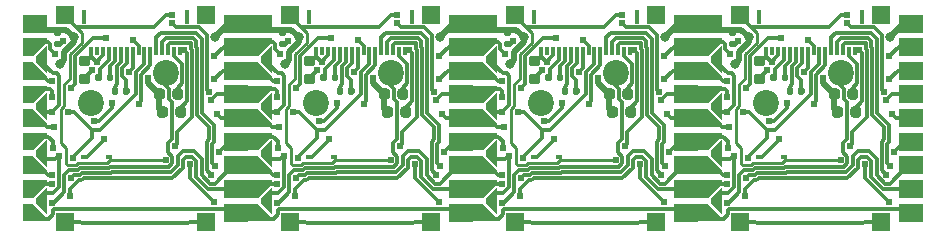
<source format=gbl>
%TF.GenerationSoftware,KiCad,Pcbnew,(5.1.9)-1*%
%TF.CreationDate,2021-10-01T07:45:35+02:00*%
%TF.ProjectId,poly_kb_1Ux4,706f6c79-5f6b-4625-9f31-5578342e6b69,rev?*%
%TF.SameCoordinates,Original*%
%TF.FileFunction,Copper,L2,Bot*%
%TF.FilePolarity,Positive*%
%FSLAX46Y46*%
G04 Gerber Fmt 4.6, Leading zero omitted, Abs format (unit mm)*
G04 Created by KiCad (PCBNEW (5.1.9)-1) date 2021-10-01 07:45:35*
%MOMM*%
%LPD*%
G01*
G04 APERTURE LIST*
%TA.AperFunction,SMDPad,CuDef*%
%ADD10R,2.000000X1.500000*%
%TD*%
%TA.AperFunction,SMDPad,CuDef*%
%ADD11C,0.127000*%
%TD*%
%TA.AperFunction,SMDPad,CuDef*%
%ADD12R,0.300000X0.650000*%
%TD*%
%TA.AperFunction,SMDPad,CuDef*%
%ADD13R,0.300000X1.150000*%
%TD*%
%TA.AperFunction,ComponentPad*%
%ADD14C,2.200000*%
%TD*%
%TA.AperFunction,ComponentPad*%
%ADD15R,1.500000X1.500000*%
%TD*%
%TA.AperFunction,SMDPad,CuDef*%
%ADD16R,0.600000X0.450000*%
%TD*%
%TA.AperFunction,ViaPad*%
%ADD17C,0.609600*%
%TD*%
%TA.AperFunction,ViaPad*%
%ADD18C,0.800000*%
%TD*%
%TA.AperFunction,Conductor*%
%ADD19C,0.300000*%
%TD*%
%TA.AperFunction,Conductor*%
%ADD20C,0.500000*%
%TD*%
%TA.AperFunction,Conductor*%
%ADD21C,1.000000*%
%TD*%
%TA.AperFunction,Conductor*%
%ADD22C,0.250000*%
%TD*%
%TA.AperFunction,Conductor*%
%ADD23C,0.254000*%
%TD*%
G04 APERTURE END LIST*
%TO.P,C1,1*%
%TO.N,/Keyboard/sheet605ED2EB/3V3*%
%TA.AperFunction,SMDPad,CuDef*%
G36*
G01*
X166388500Y-94174500D02*
X166388500Y-94674500D01*
G75*
G02*
X166163500Y-94899500I-225000J0D01*
G01*
X165713500Y-94899500D01*
G75*
G02*
X165488500Y-94674500I0J225000D01*
G01*
X165488500Y-94174500D01*
G75*
G02*
X165713500Y-93949500I225000J0D01*
G01*
X166163500Y-93949500D01*
G75*
G02*
X166388500Y-94174500I0J-225000D01*
G01*
G37*
%TD.AperFunction*%
%TO.P,C1,2*%
%TO.N,/Keyboard/sheet605ED2EB/GND*%
%TA.AperFunction,SMDPad,CuDef*%
G36*
G01*
X164838500Y-94174500D02*
X164838500Y-94674500D01*
G75*
G02*
X164613500Y-94899500I-225000J0D01*
G01*
X164163500Y-94899500D01*
G75*
G02*
X163938500Y-94674500I0J225000D01*
G01*
X163938500Y-94174500D01*
G75*
G02*
X164163500Y-93949500I225000J0D01*
G01*
X164613500Y-93949500D01*
G75*
G02*
X164838500Y-94174500I0J-225000D01*
G01*
G37*
%TD.AperFunction*%
%TD*%
%TO.P,C1,1*%
%TO.N,/Keyboard/sheet605ED2EB/3V3*%
%TA.AperFunction,SMDPad,CuDef*%
G36*
G01*
X147338500Y-94174500D02*
X147338500Y-94674500D01*
G75*
G02*
X147113500Y-94899500I-225000J0D01*
G01*
X146663500Y-94899500D01*
G75*
G02*
X146438500Y-94674500I0J225000D01*
G01*
X146438500Y-94174500D01*
G75*
G02*
X146663500Y-93949500I225000J0D01*
G01*
X147113500Y-93949500D01*
G75*
G02*
X147338500Y-94174500I0J-225000D01*
G01*
G37*
%TD.AperFunction*%
%TO.P,C1,2*%
%TO.N,/Keyboard/sheet605ED2EB/GND*%
%TA.AperFunction,SMDPad,CuDef*%
G36*
G01*
X145788500Y-94174500D02*
X145788500Y-94674500D01*
G75*
G02*
X145563500Y-94899500I-225000J0D01*
G01*
X145113500Y-94899500D01*
G75*
G02*
X144888500Y-94674500I0J225000D01*
G01*
X144888500Y-94174500D01*
G75*
G02*
X145113500Y-93949500I225000J0D01*
G01*
X145563500Y-93949500D01*
G75*
G02*
X145788500Y-94174500I0J-225000D01*
G01*
G37*
%TD.AperFunction*%
%TD*%
%TO.P,C1,1*%
%TO.N,/Keyboard/sheet605ED2EB/3V3*%
%TA.AperFunction,SMDPad,CuDef*%
G36*
G01*
X128288500Y-94174500D02*
X128288500Y-94674500D01*
G75*
G02*
X128063500Y-94899500I-225000J0D01*
G01*
X127613500Y-94899500D01*
G75*
G02*
X127388500Y-94674500I0J225000D01*
G01*
X127388500Y-94174500D01*
G75*
G02*
X127613500Y-93949500I225000J0D01*
G01*
X128063500Y-93949500D01*
G75*
G02*
X128288500Y-94174500I0J-225000D01*
G01*
G37*
%TD.AperFunction*%
%TO.P,C1,2*%
%TO.N,/Keyboard/sheet605ED2EB/GND*%
%TA.AperFunction,SMDPad,CuDef*%
G36*
G01*
X126738500Y-94174500D02*
X126738500Y-94674500D01*
G75*
G02*
X126513500Y-94899500I-225000J0D01*
G01*
X126063500Y-94899500D01*
G75*
G02*
X125838500Y-94674500I0J225000D01*
G01*
X125838500Y-94174500D01*
G75*
G02*
X126063500Y-93949500I225000J0D01*
G01*
X126513500Y-93949500D01*
G75*
G02*
X126738500Y-94174500I0J-225000D01*
G01*
G37*
%TD.AperFunction*%
%TD*%
%TO.P,C3,1*%
%TO.N,/Keyboard/sheet605ED2EB/3V3*%
%TA.AperFunction,SMDPad,CuDef*%
G36*
G01*
X155681500Y-88961500D02*
X155341500Y-88961500D01*
G75*
G02*
X155201500Y-88821500I0J140000D01*
G01*
X155201500Y-88541500D01*
G75*
G02*
X155341500Y-88401500I140000J0D01*
G01*
X155681500Y-88401500D01*
G75*
G02*
X155821500Y-88541500I0J-140000D01*
G01*
X155821500Y-88821500D01*
G75*
G02*
X155681500Y-88961500I-140000J0D01*
G01*
G37*
%TD.AperFunction*%
%TO.P,C3,2*%
%TO.N,/Keyboard/sheet605ED2EB/GND*%
%TA.AperFunction,SMDPad,CuDef*%
G36*
G01*
X155681500Y-88001500D02*
X155341500Y-88001500D01*
G75*
G02*
X155201500Y-87861500I0J140000D01*
G01*
X155201500Y-87581500D01*
G75*
G02*
X155341500Y-87441500I140000J0D01*
G01*
X155681500Y-87441500D01*
G75*
G02*
X155821500Y-87581500I0J-140000D01*
G01*
X155821500Y-87861500D01*
G75*
G02*
X155681500Y-88001500I-140000J0D01*
G01*
G37*
%TD.AperFunction*%
%TD*%
%TO.P,C3,1*%
%TO.N,/Keyboard/sheet605ED2EB/3V3*%
%TA.AperFunction,SMDPad,CuDef*%
G36*
G01*
X136631500Y-88961500D02*
X136291500Y-88961500D01*
G75*
G02*
X136151500Y-88821500I0J140000D01*
G01*
X136151500Y-88541500D01*
G75*
G02*
X136291500Y-88401500I140000J0D01*
G01*
X136631500Y-88401500D01*
G75*
G02*
X136771500Y-88541500I0J-140000D01*
G01*
X136771500Y-88821500D01*
G75*
G02*
X136631500Y-88961500I-140000J0D01*
G01*
G37*
%TD.AperFunction*%
%TO.P,C3,2*%
%TO.N,/Keyboard/sheet605ED2EB/GND*%
%TA.AperFunction,SMDPad,CuDef*%
G36*
G01*
X136631500Y-88001500D02*
X136291500Y-88001500D01*
G75*
G02*
X136151500Y-87861500I0J140000D01*
G01*
X136151500Y-87581500D01*
G75*
G02*
X136291500Y-87441500I140000J0D01*
G01*
X136631500Y-87441500D01*
G75*
G02*
X136771500Y-87581500I0J-140000D01*
G01*
X136771500Y-87861500D01*
G75*
G02*
X136631500Y-88001500I-140000J0D01*
G01*
G37*
%TD.AperFunction*%
%TD*%
%TO.P,C3,1*%
%TO.N,/Keyboard/sheet605ED2EB/3V3*%
%TA.AperFunction,SMDPad,CuDef*%
G36*
G01*
X117581500Y-88961500D02*
X117241500Y-88961500D01*
G75*
G02*
X117101500Y-88821500I0J140000D01*
G01*
X117101500Y-88541500D01*
G75*
G02*
X117241500Y-88401500I140000J0D01*
G01*
X117581500Y-88401500D01*
G75*
G02*
X117721500Y-88541500I0J-140000D01*
G01*
X117721500Y-88821500D01*
G75*
G02*
X117581500Y-88961500I-140000J0D01*
G01*
G37*
%TD.AperFunction*%
%TO.P,C3,2*%
%TO.N,/Keyboard/sheet605ED2EB/GND*%
%TA.AperFunction,SMDPad,CuDef*%
G36*
G01*
X117581500Y-88001500D02*
X117241500Y-88001500D01*
G75*
G02*
X117101500Y-87861500I0J140000D01*
G01*
X117101500Y-87581500D01*
G75*
G02*
X117241500Y-87441500I140000J0D01*
G01*
X117581500Y-87441500D01*
G75*
G02*
X117721500Y-87581500I0J-140000D01*
G01*
X117721500Y-87861500D01*
G75*
G02*
X117581500Y-88001500I-140000J0D01*
G01*
G37*
%TD.AperFunction*%
%TD*%
%TO.P,C5,1*%
%TO.N,Net-(C5-Pad1)*%
%TA.AperFunction,SMDPad,CuDef*%
G36*
G01*
X158716500Y-91673500D02*
X158716500Y-91333500D01*
G75*
G02*
X158856500Y-91193500I140000J0D01*
G01*
X159136500Y-91193500D01*
G75*
G02*
X159276500Y-91333500I0J-140000D01*
G01*
X159276500Y-91673500D01*
G75*
G02*
X159136500Y-91813500I-140000J0D01*
G01*
X158856500Y-91813500D01*
G75*
G02*
X158716500Y-91673500I0J140000D01*
G01*
G37*
%TD.AperFunction*%
%TO.P,C5,2*%
%TO.N,Net-(C5-Pad2)*%
%TA.AperFunction,SMDPad,CuDef*%
G36*
G01*
X159676500Y-91673500D02*
X159676500Y-91333500D01*
G75*
G02*
X159816500Y-91193500I140000J0D01*
G01*
X160096500Y-91193500D01*
G75*
G02*
X160236500Y-91333500I0J-140000D01*
G01*
X160236500Y-91673500D01*
G75*
G02*
X160096500Y-91813500I-140000J0D01*
G01*
X159816500Y-91813500D01*
G75*
G02*
X159676500Y-91673500I0J140000D01*
G01*
G37*
%TD.AperFunction*%
%TD*%
%TO.P,C5,1*%
%TO.N,Net-(C5-Pad1)*%
%TA.AperFunction,SMDPad,CuDef*%
G36*
G01*
X139666500Y-91673500D02*
X139666500Y-91333500D01*
G75*
G02*
X139806500Y-91193500I140000J0D01*
G01*
X140086500Y-91193500D01*
G75*
G02*
X140226500Y-91333500I0J-140000D01*
G01*
X140226500Y-91673500D01*
G75*
G02*
X140086500Y-91813500I-140000J0D01*
G01*
X139806500Y-91813500D01*
G75*
G02*
X139666500Y-91673500I0J140000D01*
G01*
G37*
%TD.AperFunction*%
%TO.P,C5,2*%
%TO.N,Net-(C5-Pad2)*%
%TA.AperFunction,SMDPad,CuDef*%
G36*
G01*
X140626500Y-91673500D02*
X140626500Y-91333500D01*
G75*
G02*
X140766500Y-91193500I140000J0D01*
G01*
X141046500Y-91193500D01*
G75*
G02*
X141186500Y-91333500I0J-140000D01*
G01*
X141186500Y-91673500D01*
G75*
G02*
X141046500Y-91813500I-140000J0D01*
G01*
X140766500Y-91813500D01*
G75*
G02*
X140626500Y-91673500I0J140000D01*
G01*
G37*
%TD.AperFunction*%
%TD*%
%TO.P,C5,1*%
%TO.N,Net-(C5-Pad1)*%
%TA.AperFunction,SMDPad,CuDef*%
G36*
G01*
X120616500Y-91673500D02*
X120616500Y-91333500D01*
G75*
G02*
X120756500Y-91193500I140000J0D01*
G01*
X121036500Y-91193500D01*
G75*
G02*
X121176500Y-91333500I0J-140000D01*
G01*
X121176500Y-91673500D01*
G75*
G02*
X121036500Y-91813500I-140000J0D01*
G01*
X120756500Y-91813500D01*
G75*
G02*
X120616500Y-91673500I0J140000D01*
G01*
G37*
%TD.AperFunction*%
%TO.P,C5,2*%
%TO.N,Net-(C5-Pad2)*%
%TA.AperFunction,SMDPad,CuDef*%
G36*
G01*
X121576500Y-91673500D02*
X121576500Y-91333500D01*
G75*
G02*
X121716500Y-91193500I140000J0D01*
G01*
X121996500Y-91193500D01*
G75*
G02*
X122136500Y-91333500I0J-140000D01*
G01*
X122136500Y-91673500D01*
G75*
G02*
X121996500Y-91813500I-140000J0D01*
G01*
X121716500Y-91813500D01*
G75*
G02*
X121576500Y-91673500I0J140000D01*
G01*
G37*
%TD.AperFunction*%
%TD*%
%TO.P,C6,1*%
%TO.N,Net-(C6-Pad1)*%
%TA.AperFunction,SMDPad,CuDef*%
G36*
G01*
X160085500Y-92816500D02*
X160085500Y-92476500D01*
G75*
G02*
X160225500Y-92336500I140000J0D01*
G01*
X160505500Y-92336500D01*
G75*
G02*
X160645500Y-92476500I0J-140000D01*
G01*
X160645500Y-92816500D01*
G75*
G02*
X160505500Y-92956500I-140000J0D01*
G01*
X160225500Y-92956500D01*
G75*
G02*
X160085500Y-92816500I0J140000D01*
G01*
G37*
%TD.AperFunction*%
%TO.P,C6,2*%
%TO.N,Net-(C6-Pad2)*%
%TA.AperFunction,SMDPad,CuDef*%
G36*
G01*
X161045500Y-92816500D02*
X161045500Y-92476500D01*
G75*
G02*
X161185500Y-92336500I140000J0D01*
G01*
X161465500Y-92336500D01*
G75*
G02*
X161605500Y-92476500I0J-140000D01*
G01*
X161605500Y-92816500D01*
G75*
G02*
X161465500Y-92956500I-140000J0D01*
G01*
X161185500Y-92956500D01*
G75*
G02*
X161045500Y-92816500I0J140000D01*
G01*
G37*
%TD.AperFunction*%
%TD*%
%TO.P,C6,1*%
%TO.N,Net-(C6-Pad1)*%
%TA.AperFunction,SMDPad,CuDef*%
G36*
G01*
X141035500Y-92816500D02*
X141035500Y-92476500D01*
G75*
G02*
X141175500Y-92336500I140000J0D01*
G01*
X141455500Y-92336500D01*
G75*
G02*
X141595500Y-92476500I0J-140000D01*
G01*
X141595500Y-92816500D01*
G75*
G02*
X141455500Y-92956500I-140000J0D01*
G01*
X141175500Y-92956500D01*
G75*
G02*
X141035500Y-92816500I0J140000D01*
G01*
G37*
%TD.AperFunction*%
%TO.P,C6,2*%
%TO.N,Net-(C6-Pad2)*%
%TA.AperFunction,SMDPad,CuDef*%
G36*
G01*
X141995500Y-92816500D02*
X141995500Y-92476500D01*
G75*
G02*
X142135500Y-92336500I140000J0D01*
G01*
X142415500Y-92336500D01*
G75*
G02*
X142555500Y-92476500I0J-140000D01*
G01*
X142555500Y-92816500D01*
G75*
G02*
X142415500Y-92956500I-140000J0D01*
G01*
X142135500Y-92956500D01*
G75*
G02*
X141995500Y-92816500I0J140000D01*
G01*
G37*
%TD.AperFunction*%
%TD*%
%TO.P,C6,1*%
%TO.N,Net-(C6-Pad1)*%
%TA.AperFunction,SMDPad,CuDef*%
G36*
G01*
X121985500Y-92816500D02*
X121985500Y-92476500D01*
G75*
G02*
X122125500Y-92336500I140000J0D01*
G01*
X122405500Y-92336500D01*
G75*
G02*
X122545500Y-92476500I0J-140000D01*
G01*
X122545500Y-92816500D01*
G75*
G02*
X122405500Y-92956500I-140000J0D01*
G01*
X122125500Y-92956500D01*
G75*
G02*
X121985500Y-92816500I0J140000D01*
G01*
G37*
%TD.AperFunction*%
%TO.P,C6,2*%
%TO.N,Net-(C6-Pad2)*%
%TA.AperFunction,SMDPad,CuDef*%
G36*
G01*
X122945500Y-92816500D02*
X122945500Y-92476500D01*
G75*
G02*
X123085500Y-92336500I140000J0D01*
G01*
X123365500Y-92336500D01*
G75*
G02*
X123505500Y-92476500I0J-140000D01*
G01*
X123505500Y-92816500D01*
G75*
G02*
X123365500Y-92956500I-140000J0D01*
G01*
X123085500Y-92956500D01*
G75*
G02*
X122945500Y-92816500I0J140000D01*
G01*
G37*
%TD.AperFunction*%
%TD*%
%TO.P,C2,1*%
%TO.N,/Keyboard/sheet605ED2EB/4V2*%
%TA.AperFunction,SMDPad,CuDef*%
G36*
G01*
X158047500Y-92093500D02*
X157547500Y-92093500D01*
G75*
G02*
X157322500Y-91868500I0J225000D01*
G01*
X157322500Y-91418500D01*
G75*
G02*
X157547500Y-91193500I225000J0D01*
G01*
X158047500Y-91193500D01*
G75*
G02*
X158272500Y-91418500I0J-225000D01*
G01*
X158272500Y-91868500D01*
G75*
G02*
X158047500Y-92093500I-225000J0D01*
G01*
G37*
%TD.AperFunction*%
%TO.P,C2,2*%
%TO.N,/Keyboard/sheet605ED2EB/GND*%
%TA.AperFunction,SMDPad,CuDef*%
G36*
G01*
X158047500Y-90543500D02*
X157547500Y-90543500D01*
G75*
G02*
X157322500Y-90318500I0J225000D01*
G01*
X157322500Y-89868500D01*
G75*
G02*
X157547500Y-89643500I225000J0D01*
G01*
X158047500Y-89643500D01*
G75*
G02*
X158272500Y-89868500I0J-225000D01*
G01*
X158272500Y-90318500D01*
G75*
G02*
X158047500Y-90543500I-225000J0D01*
G01*
G37*
%TD.AperFunction*%
%TD*%
%TO.P,C2,1*%
%TO.N,/Keyboard/sheet605ED2EB/4V2*%
%TA.AperFunction,SMDPad,CuDef*%
G36*
G01*
X138997500Y-92093500D02*
X138497500Y-92093500D01*
G75*
G02*
X138272500Y-91868500I0J225000D01*
G01*
X138272500Y-91418500D01*
G75*
G02*
X138497500Y-91193500I225000J0D01*
G01*
X138997500Y-91193500D01*
G75*
G02*
X139222500Y-91418500I0J-225000D01*
G01*
X139222500Y-91868500D01*
G75*
G02*
X138997500Y-92093500I-225000J0D01*
G01*
G37*
%TD.AperFunction*%
%TO.P,C2,2*%
%TO.N,/Keyboard/sheet605ED2EB/GND*%
%TA.AperFunction,SMDPad,CuDef*%
G36*
G01*
X138997500Y-90543500D02*
X138497500Y-90543500D01*
G75*
G02*
X138272500Y-90318500I0J225000D01*
G01*
X138272500Y-89868500D01*
G75*
G02*
X138497500Y-89643500I225000J0D01*
G01*
X138997500Y-89643500D01*
G75*
G02*
X139222500Y-89868500I0J-225000D01*
G01*
X139222500Y-90318500D01*
G75*
G02*
X138997500Y-90543500I-225000J0D01*
G01*
G37*
%TD.AperFunction*%
%TD*%
%TO.P,C2,1*%
%TO.N,/Keyboard/sheet605ED2EB/4V2*%
%TA.AperFunction,SMDPad,CuDef*%
G36*
G01*
X119947500Y-92093500D02*
X119447500Y-92093500D01*
G75*
G02*
X119222500Y-91868500I0J225000D01*
G01*
X119222500Y-91418500D01*
G75*
G02*
X119447500Y-91193500I225000J0D01*
G01*
X119947500Y-91193500D01*
G75*
G02*
X120172500Y-91418500I0J-225000D01*
G01*
X120172500Y-91868500D01*
G75*
G02*
X119947500Y-92093500I-225000J0D01*
G01*
G37*
%TD.AperFunction*%
%TO.P,C2,2*%
%TO.N,/Keyboard/sheet605ED2EB/GND*%
%TA.AperFunction,SMDPad,CuDef*%
G36*
G01*
X119947500Y-90543500D02*
X119447500Y-90543500D01*
G75*
G02*
X119222500Y-90318500I0J225000D01*
G01*
X119222500Y-89868500D01*
G75*
G02*
X119447500Y-89643500I225000J0D01*
G01*
X119947500Y-89643500D01*
G75*
G02*
X120172500Y-89868500I0J-225000D01*
G01*
X120172500Y-90318500D01*
G75*
G02*
X119947500Y-90543500I-225000J0D01*
G01*
G37*
%TD.AperFunction*%
%TD*%
D10*
%TO.P,J5,1*%
%TO.N,/Keyboard/sheet605ED2EB/GND*%
X153606500Y-86932500D03*
%TA.AperFunction,SMDPad,CuDef*%
D11*
%TO.P,J5,2*%
%TO.N,CS1*%
G36*
X154606500Y-88182500D02*
G01*
X154606500Y-88482500D01*
X153406500Y-89682500D01*
X152606500Y-89682500D01*
X152606500Y-88182500D01*
X154606500Y-88182500D01*
G37*
%TD.AperFunction*%
%TA.AperFunction,SMDPad,CuDef*%
%TO.P,J5,3*%
%TO.N,CS2*%
G36*
X153406500Y-90182500D02*
G01*
X154606500Y-91382500D01*
X154606500Y-91682500D01*
X152606500Y-91682500D01*
X152606500Y-90182500D01*
X153406500Y-90182500D01*
G37*
%TD.AperFunction*%
%TA.AperFunction,SMDPad,CuDef*%
%TO.P,J5,4*%
%TO.N,CS3*%
G36*
X154606500Y-92182500D02*
G01*
X154606500Y-92482500D01*
X153406500Y-93682500D01*
X152606500Y-93682500D01*
X152606500Y-92182500D01*
X154606500Y-92182500D01*
G37*
%TD.AperFunction*%
%TA.AperFunction,SMDPad,CuDef*%
%TO.P,J5,5*%
%TO.N,CS4*%
G36*
X153406500Y-94182500D02*
G01*
X154606500Y-95382500D01*
X154606500Y-95682500D01*
X152606500Y-95682500D01*
X152606500Y-94182500D01*
X153406500Y-94182500D01*
G37*
%TD.AperFunction*%
%TA.AperFunction,SMDPad,CuDef*%
%TO.P,J5,6*%
%TO.N,CS5*%
G36*
X154606500Y-96182500D02*
G01*
X154606500Y-96482500D01*
X153406500Y-97682500D01*
X152606500Y-97682500D01*
X152606500Y-96182500D01*
X154606500Y-96182500D01*
G37*
%TD.AperFunction*%
%TA.AperFunction,SMDPad,CuDef*%
%TO.P,J5,7*%
%TO.N,CS6*%
G36*
X153406500Y-98182500D02*
G01*
X154606500Y-99382500D01*
X154606500Y-99682500D01*
X152606500Y-99682500D01*
X152606500Y-98182500D01*
X153406500Y-98182500D01*
G37*
%TD.AperFunction*%
%TA.AperFunction,SMDPad,CuDef*%
%TO.P,J5,8*%
%TO.N,CS7*%
G36*
X154606500Y-100182500D02*
G01*
X154606500Y-100482500D01*
X153406500Y-101682500D01*
X152606500Y-101682500D01*
X152606500Y-100182500D01*
X154606500Y-100182500D01*
G37*
%TD.AperFunction*%
%TA.AperFunction,SMDPad,CuDef*%
%TO.P,J5,9*%
%TO.N,CS8*%
G36*
X153406500Y-102182500D02*
G01*
X154606500Y-103382500D01*
X154606500Y-103682500D01*
X152606500Y-103682500D01*
X152606500Y-102182500D01*
X153406500Y-102182500D01*
G37*
%TD.AperFunction*%
%TA.AperFunction,SMDPad,CuDef*%
%TO.P,J5,10*%
%TO.N,/Keyboard/sheet605ED2EB/CS*%
G36*
X153706500Y-90182500D02*
G01*
X153706500Y-89682500D01*
X154606500Y-88782500D01*
X154606500Y-91082500D01*
X153706500Y-90182500D01*
G37*
%TD.AperFunction*%
%TA.AperFunction,SMDPad,CuDef*%
G36*
X153706500Y-94182500D02*
G01*
X153706500Y-93682500D01*
X154606500Y-92782500D01*
X154606500Y-95082500D01*
X153706500Y-94182500D01*
G37*
%TD.AperFunction*%
%TA.AperFunction,SMDPad,CuDef*%
G36*
X153706500Y-98182500D02*
G01*
X153706500Y-97682500D01*
X154606500Y-96782500D01*
X154606500Y-99082500D01*
X153706500Y-98182500D01*
G37*
%TD.AperFunction*%
%TA.AperFunction,SMDPad,CuDef*%
G36*
X153706500Y-102182500D02*
G01*
X153706500Y-101682500D01*
X154606500Y-100782500D01*
X154606500Y-103082500D01*
X153706500Y-102182500D01*
G37*
%TD.AperFunction*%
%TD*%
D10*
%TO.P,J5,1*%
%TO.N,/Keyboard/sheet605ED2EB/GND*%
X134556500Y-86932500D03*
%TA.AperFunction,SMDPad,CuDef*%
D11*
%TO.P,J5,2*%
%TO.N,CS1*%
G36*
X135556500Y-88182500D02*
G01*
X135556500Y-88482500D01*
X134356500Y-89682500D01*
X133556500Y-89682500D01*
X133556500Y-88182500D01*
X135556500Y-88182500D01*
G37*
%TD.AperFunction*%
%TA.AperFunction,SMDPad,CuDef*%
%TO.P,J5,3*%
%TO.N,CS2*%
G36*
X134356500Y-90182500D02*
G01*
X135556500Y-91382500D01*
X135556500Y-91682500D01*
X133556500Y-91682500D01*
X133556500Y-90182500D01*
X134356500Y-90182500D01*
G37*
%TD.AperFunction*%
%TA.AperFunction,SMDPad,CuDef*%
%TO.P,J5,4*%
%TO.N,CS3*%
G36*
X135556500Y-92182500D02*
G01*
X135556500Y-92482500D01*
X134356500Y-93682500D01*
X133556500Y-93682500D01*
X133556500Y-92182500D01*
X135556500Y-92182500D01*
G37*
%TD.AperFunction*%
%TA.AperFunction,SMDPad,CuDef*%
%TO.P,J5,5*%
%TO.N,CS4*%
G36*
X134356500Y-94182500D02*
G01*
X135556500Y-95382500D01*
X135556500Y-95682500D01*
X133556500Y-95682500D01*
X133556500Y-94182500D01*
X134356500Y-94182500D01*
G37*
%TD.AperFunction*%
%TA.AperFunction,SMDPad,CuDef*%
%TO.P,J5,6*%
%TO.N,CS5*%
G36*
X135556500Y-96182500D02*
G01*
X135556500Y-96482500D01*
X134356500Y-97682500D01*
X133556500Y-97682500D01*
X133556500Y-96182500D01*
X135556500Y-96182500D01*
G37*
%TD.AperFunction*%
%TA.AperFunction,SMDPad,CuDef*%
%TO.P,J5,7*%
%TO.N,CS6*%
G36*
X134356500Y-98182500D02*
G01*
X135556500Y-99382500D01*
X135556500Y-99682500D01*
X133556500Y-99682500D01*
X133556500Y-98182500D01*
X134356500Y-98182500D01*
G37*
%TD.AperFunction*%
%TA.AperFunction,SMDPad,CuDef*%
%TO.P,J5,8*%
%TO.N,CS7*%
G36*
X135556500Y-100182500D02*
G01*
X135556500Y-100482500D01*
X134356500Y-101682500D01*
X133556500Y-101682500D01*
X133556500Y-100182500D01*
X135556500Y-100182500D01*
G37*
%TD.AperFunction*%
%TA.AperFunction,SMDPad,CuDef*%
%TO.P,J5,9*%
%TO.N,CS8*%
G36*
X134356500Y-102182500D02*
G01*
X135556500Y-103382500D01*
X135556500Y-103682500D01*
X133556500Y-103682500D01*
X133556500Y-102182500D01*
X134356500Y-102182500D01*
G37*
%TD.AperFunction*%
%TA.AperFunction,SMDPad,CuDef*%
%TO.P,J5,10*%
%TO.N,/Keyboard/sheet605ED2EB/CS*%
G36*
X134656500Y-90182500D02*
G01*
X134656500Y-89682500D01*
X135556500Y-88782500D01*
X135556500Y-91082500D01*
X134656500Y-90182500D01*
G37*
%TD.AperFunction*%
%TA.AperFunction,SMDPad,CuDef*%
G36*
X134656500Y-94182500D02*
G01*
X134656500Y-93682500D01*
X135556500Y-92782500D01*
X135556500Y-95082500D01*
X134656500Y-94182500D01*
G37*
%TD.AperFunction*%
%TA.AperFunction,SMDPad,CuDef*%
G36*
X134656500Y-98182500D02*
G01*
X134656500Y-97682500D01*
X135556500Y-96782500D01*
X135556500Y-99082500D01*
X134656500Y-98182500D01*
G37*
%TD.AperFunction*%
%TA.AperFunction,SMDPad,CuDef*%
G36*
X134656500Y-102182500D02*
G01*
X134656500Y-101682500D01*
X135556500Y-100782500D01*
X135556500Y-103082500D01*
X134656500Y-102182500D01*
G37*
%TD.AperFunction*%
%TD*%
D10*
%TO.P,J5,1*%
%TO.N,/Keyboard/sheet605ED2EB/GND*%
X115506500Y-86932500D03*
%TA.AperFunction,SMDPad,CuDef*%
D11*
%TO.P,J5,2*%
%TO.N,CS1*%
G36*
X116506500Y-88182500D02*
G01*
X116506500Y-88482500D01*
X115306500Y-89682500D01*
X114506500Y-89682500D01*
X114506500Y-88182500D01*
X116506500Y-88182500D01*
G37*
%TD.AperFunction*%
%TA.AperFunction,SMDPad,CuDef*%
%TO.P,J5,3*%
%TO.N,CS2*%
G36*
X115306500Y-90182500D02*
G01*
X116506500Y-91382500D01*
X116506500Y-91682500D01*
X114506500Y-91682500D01*
X114506500Y-90182500D01*
X115306500Y-90182500D01*
G37*
%TD.AperFunction*%
%TA.AperFunction,SMDPad,CuDef*%
%TO.P,J5,4*%
%TO.N,CS3*%
G36*
X116506500Y-92182500D02*
G01*
X116506500Y-92482500D01*
X115306500Y-93682500D01*
X114506500Y-93682500D01*
X114506500Y-92182500D01*
X116506500Y-92182500D01*
G37*
%TD.AperFunction*%
%TA.AperFunction,SMDPad,CuDef*%
%TO.P,J5,5*%
%TO.N,CS4*%
G36*
X115306500Y-94182500D02*
G01*
X116506500Y-95382500D01*
X116506500Y-95682500D01*
X114506500Y-95682500D01*
X114506500Y-94182500D01*
X115306500Y-94182500D01*
G37*
%TD.AperFunction*%
%TA.AperFunction,SMDPad,CuDef*%
%TO.P,J5,6*%
%TO.N,CS5*%
G36*
X116506500Y-96182500D02*
G01*
X116506500Y-96482500D01*
X115306500Y-97682500D01*
X114506500Y-97682500D01*
X114506500Y-96182500D01*
X116506500Y-96182500D01*
G37*
%TD.AperFunction*%
%TA.AperFunction,SMDPad,CuDef*%
%TO.P,J5,7*%
%TO.N,CS6*%
G36*
X115306500Y-98182500D02*
G01*
X116506500Y-99382500D01*
X116506500Y-99682500D01*
X114506500Y-99682500D01*
X114506500Y-98182500D01*
X115306500Y-98182500D01*
G37*
%TD.AperFunction*%
%TA.AperFunction,SMDPad,CuDef*%
%TO.P,J5,8*%
%TO.N,CS7*%
G36*
X116506500Y-100182500D02*
G01*
X116506500Y-100482500D01*
X115306500Y-101682500D01*
X114506500Y-101682500D01*
X114506500Y-100182500D01*
X116506500Y-100182500D01*
G37*
%TD.AperFunction*%
%TA.AperFunction,SMDPad,CuDef*%
%TO.P,J5,9*%
%TO.N,CS8*%
G36*
X115306500Y-102182500D02*
G01*
X116506500Y-103382500D01*
X116506500Y-103682500D01*
X114506500Y-103682500D01*
X114506500Y-102182500D01*
X115306500Y-102182500D01*
G37*
%TD.AperFunction*%
%TA.AperFunction,SMDPad,CuDef*%
%TO.P,J5,10*%
%TO.N,/Keyboard/sheet605ED2EB/CS*%
G36*
X115606500Y-90182500D02*
G01*
X115606500Y-89682500D01*
X116506500Y-88782500D01*
X116506500Y-91082500D01*
X115606500Y-90182500D01*
G37*
%TD.AperFunction*%
%TA.AperFunction,SMDPad,CuDef*%
G36*
X115606500Y-94182500D02*
G01*
X115606500Y-93682500D01*
X116506500Y-92782500D01*
X116506500Y-95082500D01*
X115606500Y-94182500D01*
G37*
%TD.AperFunction*%
%TA.AperFunction,SMDPad,CuDef*%
G36*
X115606500Y-98182500D02*
G01*
X115606500Y-97682500D01*
X116506500Y-96782500D01*
X116506500Y-99082500D01*
X115606500Y-98182500D01*
G37*
%TD.AperFunction*%
%TA.AperFunction,SMDPad,CuDef*%
G36*
X115606500Y-102182500D02*
G01*
X115606500Y-101682500D01*
X116506500Y-100782500D01*
X116506500Y-103082500D01*
X115606500Y-102182500D01*
G37*
%TD.AperFunction*%
%TD*%
D12*
%TO.P,J1,1*%
%TO.N,/Keyboard/sheet605ED2EB/GND*%
X158365500Y-89217500D03*
%TO.P,J1,2*%
%TO.N,N/C*%
X158865500Y-89217500D03*
%TO.P,J1,3*%
%TO.N,/Keyboard/sheet605ED2EB/GND*%
X159365500Y-89217500D03*
%TO.P,J1,4*%
%TO.N,Net-(C5-Pad1)*%
X159865500Y-89217500D03*
%TO.P,J1,5*%
%TO.N,Net-(C5-Pad2)*%
X160365500Y-89217500D03*
%TO.P,J1,6*%
%TO.N,Net-(C6-Pad1)*%
X160865500Y-89217500D03*
%TO.P,J1,7*%
%TO.N,Net-(C6-Pad2)*%
X161365500Y-89217500D03*
%TO.P,J1,8*%
%TO.N,/Keyboard/sheet605ED2EB/4V2*%
X161865500Y-89217500D03*
%TO.P,J1,9*%
%TO.N,/Keyboard/sheet605ED2EB/3V3*%
X162365500Y-89217500D03*
%TO.P,J1,10*%
%TO.N,/Keyboard/sheet605ED2EB/CS*%
X162865500Y-89217500D03*
%TO.P,J1,11*%
%TO.N,/Keyboard/sheet605ED2EB/RESET*%
X163365500Y-89217500D03*
%TO.P,J1,12*%
%TO.N,/Keyboard/sheet605ED2EB/D-C*%
X163865500Y-89217500D03*
%TO.P,J1,13*%
%TO.N,/Keyboard/sheet605ED2EB/SCLK*%
X164365500Y-89217500D03*
%TO.P,J1,14*%
%TO.N,/Keyboard/sheet605ED2EB/SDIN*%
X164865500Y-89217500D03*
%TO.P,J1,15*%
%TO.N,Net-(C4-Pad1)*%
X165365500Y-89217500D03*
%TO.P,J1,16*%
%TO.N,/Keyboard/sheet605ED2EB/3V3*%
X165865500Y-89217500D03*
D13*
%TO.P,J1,0*%
%TO.N,N/C*%
X157730500Y-86407500D03*
X166500500Y-86407500D03*
%TD*%
D12*
%TO.P,J1,1*%
%TO.N,/Keyboard/sheet605ED2EB/GND*%
X139315500Y-89217500D03*
%TO.P,J1,2*%
%TO.N,N/C*%
X139815500Y-89217500D03*
%TO.P,J1,3*%
%TO.N,/Keyboard/sheet605ED2EB/GND*%
X140315500Y-89217500D03*
%TO.P,J1,4*%
%TO.N,Net-(C5-Pad1)*%
X140815500Y-89217500D03*
%TO.P,J1,5*%
%TO.N,Net-(C5-Pad2)*%
X141315500Y-89217500D03*
%TO.P,J1,6*%
%TO.N,Net-(C6-Pad1)*%
X141815500Y-89217500D03*
%TO.P,J1,7*%
%TO.N,Net-(C6-Pad2)*%
X142315500Y-89217500D03*
%TO.P,J1,8*%
%TO.N,/Keyboard/sheet605ED2EB/4V2*%
X142815500Y-89217500D03*
%TO.P,J1,9*%
%TO.N,/Keyboard/sheet605ED2EB/3V3*%
X143315500Y-89217500D03*
%TO.P,J1,10*%
%TO.N,/Keyboard/sheet605ED2EB/CS*%
X143815500Y-89217500D03*
%TO.P,J1,11*%
%TO.N,/Keyboard/sheet605ED2EB/RESET*%
X144315500Y-89217500D03*
%TO.P,J1,12*%
%TO.N,/Keyboard/sheet605ED2EB/D-C*%
X144815500Y-89217500D03*
%TO.P,J1,13*%
%TO.N,/Keyboard/sheet605ED2EB/SCLK*%
X145315500Y-89217500D03*
%TO.P,J1,14*%
%TO.N,/Keyboard/sheet605ED2EB/SDIN*%
X145815500Y-89217500D03*
%TO.P,J1,15*%
%TO.N,Net-(C4-Pad1)*%
X146315500Y-89217500D03*
%TO.P,J1,16*%
%TO.N,/Keyboard/sheet605ED2EB/3V3*%
X146815500Y-89217500D03*
D13*
%TO.P,J1,0*%
%TO.N,N/C*%
X138680500Y-86407500D03*
X147450500Y-86407500D03*
%TD*%
D12*
%TO.P,J1,1*%
%TO.N,/Keyboard/sheet605ED2EB/GND*%
X120265500Y-89217500D03*
%TO.P,J1,2*%
%TO.N,N/C*%
X120765500Y-89217500D03*
%TO.P,J1,3*%
%TO.N,/Keyboard/sheet605ED2EB/GND*%
X121265500Y-89217500D03*
%TO.P,J1,4*%
%TO.N,Net-(C5-Pad1)*%
X121765500Y-89217500D03*
%TO.P,J1,5*%
%TO.N,Net-(C5-Pad2)*%
X122265500Y-89217500D03*
%TO.P,J1,6*%
%TO.N,Net-(C6-Pad1)*%
X122765500Y-89217500D03*
%TO.P,J1,7*%
%TO.N,Net-(C6-Pad2)*%
X123265500Y-89217500D03*
%TO.P,J1,8*%
%TO.N,/Keyboard/sheet605ED2EB/4V2*%
X123765500Y-89217500D03*
%TO.P,J1,9*%
%TO.N,/Keyboard/sheet605ED2EB/3V3*%
X124265500Y-89217500D03*
%TO.P,J1,10*%
%TO.N,/Keyboard/sheet605ED2EB/CS*%
X124765500Y-89217500D03*
%TO.P,J1,11*%
%TO.N,/Keyboard/sheet605ED2EB/RESET*%
X125265500Y-89217500D03*
%TO.P,J1,12*%
%TO.N,/Keyboard/sheet605ED2EB/D-C*%
X125765500Y-89217500D03*
%TO.P,J1,13*%
%TO.N,/Keyboard/sheet605ED2EB/SCLK*%
X126265500Y-89217500D03*
%TO.P,J1,14*%
%TO.N,/Keyboard/sheet605ED2EB/SDIN*%
X126765500Y-89217500D03*
%TO.P,J1,15*%
%TO.N,Net-(C4-Pad1)*%
X127265500Y-89217500D03*
%TO.P,J1,16*%
%TO.N,/Keyboard/sheet605ED2EB/3V3*%
X127765500Y-89217500D03*
D13*
%TO.P,J1,0*%
%TO.N,N/C*%
X119630500Y-86407500D03*
X128400500Y-86407500D03*
%TD*%
D14*
%TO.P,SW1,2*%
%TO.N,Net-(D1-Pad2)*%
X158305500Y-93662500D03*
%TO.P,SW1,1*%
%TO.N,/Keyboard/sheet605ED2EB/KeyRow*%
X164655500Y-91122500D03*
%TD*%
%TO.P,SW1,2*%
%TO.N,Net-(D1-Pad2)*%
X139255500Y-93662500D03*
%TO.P,SW1,1*%
%TO.N,/Keyboard/sheet605ED2EB/KeyRow*%
X145605500Y-91122500D03*
%TD*%
%TO.P,SW1,2*%
%TO.N,Net-(D1-Pad2)*%
X120205500Y-93662500D03*
%TO.P,SW1,1*%
%TO.N,/Keyboard/sheet605ED2EB/KeyRow*%
X126555500Y-91122500D03*
%TD*%
%TO.P,C4,1*%
%TO.N,Net-(C4-Pad1)*%
%TA.AperFunction,SMDPad,CuDef*%
G36*
G01*
X166134500Y-92650500D02*
X166134500Y-93150500D01*
G75*
G02*
X165909500Y-93375500I-225000J0D01*
G01*
X165459500Y-93375500D01*
G75*
G02*
X165234500Y-93150500I0J225000D01*
G01*
X165234500Y-92650500D01*
G75*
G02*
X165459500Y-92425500I225000J0D01*
G01*
X165909500Y-92425500D01*
G75*
G02*
X166134500Y-92650500I0J-225000D01*
G01*
G37*
%TD.AperFunction*%
%TO.P,C4,2*%
%TO.N,/Keyboard/sheet605ED2EB/GND*%
%TA.AperFunction,SMDPad,CuDef*%
G36*
G01*
X164584500Y-92650500D02*
X164584500Y-93150500D01*
G75*
G02*
X164359500Y-93375500I-225000J0D01*
G01*
X163909500Y-93375500D01*
G75*
G02*
X163684500Y-93150500I0J225000D01*
G01*
X163684500Y-92650500D01*
G75*
G02*
X163909500Y-92425500I225000J0D01*
G01*
X164359500Y-92425500D01*
G75*
G02*
X164584500Y-92650500I0J-225000D01*
G01*
G37*
%TD.AperFunction*%
%TD*%
%TO.P,C4,1*%
%TO.N,Net-(C4-Pad1)*%
%TA.AperFunction,SMDPad,CuDef*%
G36*
G01*
X147084500Y-92650500D02*
X147084500Y-93150500D01*
G75*
G02*
X146859500Y-93375500I-225000J0D01*
G01*
X146409500Y-93375500D01*
G75*
G02*
X146184500Y-93150500I0J225000D01*
G01*
X146184500Y-92650500D01*
G75*
G02*
X146409500Y-92425500I225000J0D01*
G01*
X146859500Y-92425500D01*
G75*
G02*
X147084500Y-92650500I0J-225000D01*
G01*
G37*
%TD.AperFunction*%
%TO.P,C4,2*%
%TO.N,/Keyboard/sheet605ED2EB/GND*%
%TA.AperFunction,SMDPad,CuDef*%
G36*
G01*
X145534500Y-92650500D02*
X145534500Y-93150500D01*
G75*
G02*
X145309500Y-93375500I-225000J0D01*
G01*
X144859500Y-93375500D01*
G75*
G02*
X144634500Y-93150500I0J225000D01*
G01*
X144634500Y-92650500D01*
G75*
G02*
X144859500Y-92425500I225000J0D01*
G01*
X145309500Y-92425500D01*
G75*
G02*
X145534500Y-92650500I0J-225000D01*
G01*
G37*
%TD.AperFunction*%
%TD*%
%TO.P,C4,1*%
%TO.N,Net-(C4-Pad1)*%
%TA.AperFunction,SMDPad,CuDef*%
G36*
G01*
X128034500Y-92650500D02*
X128034500Y-93150500D01*
G75*
G02*
X127809500Y-93375500I-225000J0D01*
G01*
X127359500Y-93375500D01*
G75*
G02*
X127134500Y-93150500I0J225000D01*
G01*
X127134500Y-92650500D01*
G75*
G02*
X127359500Y-92425500I225000J0D01*
G01*
X127809500Y-92425500D01*
G75*
G02*
X128034500Y-92650500I0J-225000D01*
G01*
G37*
%TD.AperFunction*%
%TO.P,C4,2*%
%TO.N,/Keyboard/sheet605ED2EB/GND*%
%TA.AperFunction,SMDPad,CuDef*%
G36*
G01*
X126484500Y-92650500D02*
X126484500Y-93150500D01*
G75*
G02*
X126259500Y-93375500I-225000J0D01*
G01*
X125809500Y-93375500D01*
G75*
G02*
X125584500Y-93150500I0J225000D01*
G01*
X125584500Y-92650500D01*
G75*
G02*
X125809500Y-92425500I225000J0D01*
G01*
X126259500Y-92425500D01*
G75*
G02*
X126484500Y-92650500I0J-225000D01*
G01*
G37*
%TD.AperFunction*%
%TD*%
D10*
%TO.P,J6,5*%
%TO.N,CS4*%
X170624500Y-94932500D03*
%TO.P,J6,4*%
%TO.N,CS3*%
X170624500Y-92932500D03*
%TO.P,J6,3*%
%TO.N,CS2*%
X170624500Y-90932500D03*
%TO.P,J6,2*%
%TO.N,CS1*%
X170624500Y-88932500D03*
%TO.P,J6,6*%
%TO.N,CS5*%
X170624500Y-96932500D03*
%TO.P,J6,1*%
%TO.N,/Keyboard/sheet605ED2EB/GND*%
X170624500Y-86932500D03*
%TO.P,J6,7*%
%TO.N,CS6*%
X170624500Y-98932500D03*
%TO.P,J6,8*%
%TO.N,CS7*%
X170624500Y-100932500D03*
%TO.P,J6,9*%
%TO.N,CS8*%
X170624500Y-102932500D03*
%TD*%
%TO.P,J6,5*%
%TO.N,CS4*%
X151574500Y-94932500D03*
%TO.P,J6,4*%
%TO.N,CS3*%
X151574500Y-92932500D03*
%TO.P,J6,3*%
%TO.N,CS2*%
X151574500Y-90932500D03*
%TO.P,J6,2*%
%TO.N,CS1*%
X151574500Y-88932500D03*
%TO.P,J6,6*%
%TO.N,CS5*%
X151574500Y-96932500D03*
%TO.P,J6,1*%
%TO.N,/Keyboard/sheet605ED2EB/GND*%
X151574500Y-86932500D03*
%TO.P,J6,7*%
%TO.N,CS6*%
X151574500Y-98932500D03*
%TO.P,J6,8*%
%TO.N,CS7*%
X151574500Y-100932500D03*
%TO.P,J6,9*%
%TO.N,CS8*%
X151574500Y-102932500D03*
%TD*%
%TO.P,J6,5*%
%TO.N,CS4*%
X132524500Y-94932500D03*
%TO.P,J6,4*%
%TO.N,CS3*%
X132524500Y-92932500D03*
%TO.P,J6,3*%
%TO.N,CS2*%
X132524500Y-90932500D03*
%TO.P,J6,2*%
%TO.N,CS1*%
X132524500Y-88932500D03*
%TO.P,J6,6*%
%TO.N,CS5*%
X132524500Y-96932500D03*
%TO.P,J6,1*%
%TO.N,/Keyboard/sheet605ED2EB/GND*%
X132524500Y-86932500D03*
%TO.P,J6,7*%
%TO.N,CS6*%
X132524500Y-98932500D03*
%TO.P,J6,8*%
%TO.N,CS7*%
X132524500Y-100932500D03*
%TO.P,J6,9*%
%TO.N,CS8*%
X132524500Y-102932500D03*
%TD*%
D15*
%TO.P,J2,1*%
%TO.N,/Keyboard/sheet605ED2EB/KeyCol*%
X168084500Y-86169500D03*
%TD*%
%TO.P,J2,1*%
%TO.N,/Keyboard/sheet605ED2EB/KeyCol*%
X149034500Y-86169500D03*
%TD*%
%TO.P,J2,1*%
%TO.N,/Keyboard/sheet605ED2EB/KeyCol*%
X129984500Y-86169500D03*
%TD*%
D16*
%TO.P,D1,1*%
%TO.N,/Keyboard/sheet605ED2EB/KeyCol*%
X159863500Y-98234500D03*
%TO.P,D1,2*%
%TO.N,Net-(D1-Pad2)*%
X157763500Y-98234500D03*
%TD*%
%TO.P,D1,1*%
%TO.N,/Keyboard/sheet605ED2EB/KeyCol*%
X140813500Y-98234500D03*
%TO.P,D1,2*%
%TO.N,Net-(D1-Pad2)*%
X138713500Y-98234500D03*
%TD*%
%TO.P,D1,1*%
%TO.N,/Keyboard/sheet605ED2EB/KeyCol*%
X121763500Y-98234500D03*
%TO.P,D1,2*%
%TO.N,Net-(D1-Pad2)*%
X119663500Y-98234500D03*
%TD*%
D15*
%TO.P,J7,1*%
%TO.N,/Keyboard/sheet605ED2EB/KeyCol*%
X156146500Y-103695500D03*
%TD*%
%TO.P,J7,1*%
%TO.N,/Keyboard/sheet605ED2EB/KeyCol*%
X137096500Y-103695500D03*
%TD*%
%TO.P,J7,1*%
%TO.N,/Keyboard/sheet605ED2EB/KeyCol*%
X118046500Y-103695500D03*
%TD*%
%TO.P,J9,1*%
%TO.N,/Keyboard/sheet605ED2EB/KeyCol*%
X168084500Y-103695500D03*
%TD*%
%TO.P,J9,1*%
%TO.N,/Keyboard/sheet605ED2EB/KeyCol*%
X149034500Y-103695500D03*
%TD*%
%TO.P,J9,1*%
%TO.N,/Keyboard/sheet605ED2EB/KeyCol*%
X129984500Y-103695500D03*
%TD*%
%TO.P,J8,1*%
%TO.N,/Keyboard/sheet605ED2EB/KeyCol*%
X156146500Y-86169500D03*
%TD*%
%TO.P,J8,1*%
%TO.N,/Keyboard/sheet605ED2EB/KeyCol*%
X137096500Y-86169500D03*
%TD*%
%TO.P,J8,1*%
%TO.N,/Keyboard/sheet605ED2EB/KeyCol*%
X118046500Y-86169500D03*
%TD*%
D16*
%TO.P,D1,2*%
%TO.N,Net-(D1-Pad2)*%
X100613500Y-98234500D03*
%TO.P,D1,1*%
%TO.N,/Keyboard/sheet605ED2EB/KeyCol*%
X102713500Y-98234500D03*
%TD*%
D13*
%TO.P,J1,0*%
%TO.N,N/C*%
X109350500Y-86407500D03*
X100580500Y-86407500D03*
D12*
%TO.P,J1,16*%
%TO.N,/Keyboard/sheet605ED2EB/3V3*%
X108715500Y-89217500D03*
%TO.P,J1,15*%
%TO.N,Net-(C4-Pad1)*%
X108215500Y-89217500D03*
%TO.P,J1,14*%
%TO.N,/Keyboard/sheet605ED2EB/SDIN*%
X107715500Y-89217500D03*
%TO.P,J1,13*%
%TO.N,/Keyboard/sheet605ED2EB/SCLK*%
X107215500Y-89217500D03*
%TO.P,J1,12*%
%TO.N,/Keyboard/sheet605ED2EB/D-C*%
X106715500Y-89217500D03*
%TO.P,J1,11*%
%TO.N,/Keyboard/sheet605ED2EB/RESET*%
X106215500Y-89217500D03*
%TO.P,J1,10*%
%TO.N,/Keyboard/sheet605ED2EB/CS*%
X105715500Y-89217500D03*
%TO.P,J1,9*%
%TO.N,/Keyboard/sheet605ED2EB/3V3*%
X105215500Y-89217500D03*
%TO.P,J1,8*%
%TO.N,/Keyboard/sheet605ED2EB/4V2*%
X104715500Y-89217500D03*
%TO.P,J1,7*%
%TO.N,Net-(C6-Pad2)*%
X104215500Y-89217500D03*
%TO.P,J1,6*%
%TO.N,Net-(C6-Pad1)*%
X103715500Y-89217500D03*
%TO.P,J1,5*%
%TO.N,Net-(C5-Pad2)*%
X103215500Y-89217500D03*
%TO.P,J1,4*%
%TO.N,Net-(C5-Pad1)*%
X102715500Y-89217500D03*
%TO.P,J1,3*%
%TO.N,/Keyboard/sheet605ED2EB/GND*%
X102215500Y-89217500D03*
%TO.P,J1,2*%
%TO.N,N/C*%
X101715500Y-89217500D03*
%TO.P,J1,1*%
%TO.N,/Keyboard/sheet605ED2EB/GND*%
X101215500Y-89217500D03*
%TD*%
D14*
%TO.P,SW1,1*%
%TO.N,/Keyboard/sheet605ED2EB/KeyRow*%
X107505500Y-91122500D03*
%TO.P,SW1,2*%
%TO.N,Net-(D1-Pad2)*%
X101155500Y-93662500D03*
%TD*%
%TA.AperFunction,SMDPad,CuDef*%
D11*
%TO.P,J5,10*%
%TO.N,/Keyboard/sheet605ED2EB/CS*%
G36*
X96556500Y-102182500D02*
G01*
X96556500Y-101682500D01*
X97456500Y-100782500D01*
X97456500Y-103082500D01*
X96556500Y-102182500D01*
G37*
%TD.AperFunction*%
%TA.AperFunction,SMDPad,CuDef*%
G36*
X96556500Y-98182500D02*
G01*
X96556500Y-97682500D01*
X97456500Y-96782500D01*
X97456500Y-99082500D01*
X96556500Y-98182500D01*
G37*
%TD.AperFunction*%
%TA.AperFunction,SMDPad,CuDef*%
G36*
X96556500Y-94182500D02*
G01*
X96556500Y-93682500D01*
X97456500Y-92782500D01*
X97456500Y-95082500D01*
X96556500Y-94182500D01*
G37*
%TD.AperFunction*%
%TA.AperFunction,SMDPad,CuDef*%
G36*
X96556500Y-90182500D02*
G01*
X96556500Y-89682500D01*
X97456500Y-88782500D01*
X97456500Y-91082500D01*
X96556500Y-90182500D01*
G37*
%TD.AperFunction*%
%TA.AperFunction,SMDPad,CuDef*%
%TO.P,J5,9*%
%TO.N,CS8*%
G36*
X96256500Y-102182500D02*
G01*
X97456500Y-103382500D01*
X97456500Y-103682500D01*
X95456500Y-103682500D01*
X95456500Y-102182500D01*
X96256500Y-102182500D01*
G37*
%TD.AperFunction*%
%TA.AperFunction,SMDPad,CuDef*%
%TO.P,J5,8*%
%TO.N,CS7*%
G36*
X97456500Y-100182500D02*
G01*
X97456500Y-100482500D01*
X96256500Y-101682500D01*
X95456500Y-101682500D01*
X95456500Y-100182500D01*
X97456500Y-100182500D01*
G37*
%TD.AperFunction*%
%TA.AperFunction,SMDPad,CuDef*%
%TO.P,J5,7*%
%TO.N,CS6*%
G36*
X96256500Y-98182500D02*
G01*
X97456500Y-99382500D01*
X97456500Y-99682500D01*
X95456500Y-99682500D01*
X95456500Y-98182500D01*
X96256500Y-98182500D01*
G37*
%TD.AperFunction*%
%TA.AperFunction,SMDPad,CuDef*%
%TO.P,J5,6*%
%TO.N,CS5*%
G36*
X97456500Y-96182500D02*
G01*
X97456500Y-96482500D01*
X96256500Y-97682500D01*
X95456500Y-97682500D01*
X95456500Y-96182500D01*
X97456500Y-96182500D01*
G37*
%TD.AperFunction*%
%TA.AperFunction,SMDPad,CuDef*%
%TO.P,J5,5*%
%TO.N,CS4*%
G36*
X96256500Y-94182500D02*
G01*
X97456500Y-95382500D01*
X97456500Y-95682500D01*
X95456500Y-95682500D01*
X95456500Y-94182500D01*
X96256500Y-94182500D01*
G37*
%TD.AperFunction*%
%TA.AperFunction,SMDPad,CuDef*%
%TO.P,J5,4*%
%TO.N,CS3*%
G36*
X97456500Y-92182500D02*
G01*
X97456500Y-92482500D01*
X96256500Y-93682500D01*
X95456500Y-93682500D01*
X95456500Y-92182500D01*
X97456500Y-92182500D01*
G37*
%TD.AperFunction*%
%TA.AperFunction,SMDPad,CuDef*%
%TO.P,J5,3*%
%TO.N,CS2*%
G36*
X96256500Y-90182500D02*
G01*
X97456500Y-91382500D01*
X97456500Y-91682500D01*
X95456500Y-91682500D01*
X95456500Y-90182500D01*
X96256500Y-90182500D01*
G37*
%TD.AperFunction*%
%TA.AperFunction,SMDPad,CuDef*%
%TO.P,J5,2*%
%TO.N,CS1*%
G36*
X97456500Y-88182500D02*
G01*
X97456500Y-88482500D01*
X96256500Y-89682500D01*
X95456500Y-89682500D01*
X95456500Y-88182500D01*
X97456500Y-88182500D01*
G37*
%TD.AperFunction*%
D10*
%TO.P,J5,1*%
%TO.N,/Keyboard/sheet605ED2EB/GND*%
X96456500Y-86932500D03*
%TD*%
%TO.P,J6,9*%
%TO.N,CS8*%
X113474500Y-102932500D03*
%TO.P,J6,8*%
%TO.N,CS7*%
X113474500Y-100932500D03*
%TO.P,J6,7*%
%TO.N,CS6*%
X113474500Y-98932500D03*
%TO.P,J6,1*%
%TO.N,/Keyboard/sheet605ED2EB/GND*%
X113474500Y-86932500D03*
%TO.P,J6,6*%
%TO.N,CS5*%
X113474500Y-96932500D03*
%TO.P,J6,2*%
%TO.N,CS1*%
X113474500Y-88932500D03*
%TO.P,J6,3*%
%TO.N,CS2*%
X113474500Y-90932500D03*
%TO.P,J6,4*%
%TO.N,CS3*%
X113474500Y-92932500D03*
%TO.P,J6,5*%
%TO.N,CS4*%
X113474500Y-94932500D03*
%TD*%
D15*
%TO.P,J9,1*%
%TO.N,/Keyboard/sheet605ED2EB/KeyCol*%
X110934500Y-103695500D03*
%TD*%
%TO.P,J8,1*%
%TO.N,/Keyboard/sheet605ED2EB/KeyCol*%
X98996500Y-86169500D03*
%TD*%
%TO.P,J7,1*%
%TO.N,/Keyboard/sheet605ED2EB/KeyCol*%
X98996500Y-103695500D03*
%TD*%
%TO.P,J2,1*%
%TO.N,/Keyboard/sheet605ED2EB/KeyCol*%
X110934500Y-86169500D03*
%TD*%
%TO.P,C4,2*%
%TO.N,/Keyboard/sheet605ED2EB/GND*%
%TA.AperFunction,SMDPad,CuDef*%
G36*
G01*
X107434500Y-92650500D02*
X107434500Y-93150500D01*
G75*
G02*
X107209500Y-93375500I-225000J0D01*
G01*
X106759500Y-93375500D01*
G75*
G02*
X106534500Y-93150500I0J225000D01*
G01*
X106534500Y-92650500D01*
G75*
G02*
X106759500Y-92425500I225000J0D01*
G01*
X107209500Y-92425500D01*
G75*
G02*
X107434500Y-92650500I0J-225000D01*
G01*
G37*
%TD.AperFunction*%
%TO.P,C4,1*%
%TO.N,Net-(C4-Pad1)*%
%TA.AperFunction,SMDPad,CuDef*%
G36*
G01*
X108984500Y-92650500D02*
X108984500Y-93150500D01*
G75*
G02*
X108759500Y-93375500I-225000J0D01*
G01*
X108309500Y-93375500D01*
G75*
G02*
X108084500Y-93150500I0J225000D01*
G01*
X108084500Y-92650500D01*
G75*
G02*
X108309500Y-92425500I225000J0D01*
G01*
X108759500Y-92425500D01*
G75*
G02*
X108984500Y-92650500I0J-225000D01*
G01*
G37*
%TD.AperFunction*%
%TD*%
%TO.P,C6,2*%
%TO.N,Net-(C6-Pad2)*%
%TA.AperFunction,SMDPad,CuDef*%
G36*
G01*
X103895500Y-92816500D02*
X103895500Y-92476500D01*
G75*
G02*
X104035500Y-92336500I140000J0D01*
G01*
X104315500Y-92336500D01*
G75*
G02*
X104455500Y-92476500I0J-140000D01*
G01*
X104455500Y-92816500D01*
G75*
G02*
X104315500Y-92956500I-140000J0D01*
G01*
X104035500Y-92956500D01*
G75*
G02*
X103895500Y-92816500I0J140000D01*
G01*
G37*
%TD.AperFunction*%
%TO.P,C6,1*%
%TO.N,Net-(C6-Pad1)*%
%TA.AperFunction,SMDPad,CuDef*%
G36*
G01*
X102935500Y-92816500D02*
X102935500Y-92476500D01*
G75*
G02*
X103075500Y-92336500I140000J0D01*
G01*
X103355500Y-92336500D01*
G75*
G02*
X103495500Y-92476500I0J-140000D01*
G01*
X103495500Y-92816500D01*
G75*
G02*
X103355500Y-92956500I-140000J0D01*
G01*
X103075500Y-92956500D01*
G75*
G02*
X102935500Y-92816500I0J140000D01*
G01*
G37*
%TD.AperFunction*%
%TD*%
%TO.P,C5,2*%
%TO.N,Net-(C5-Pad2)*%
%TA.AperFunction,SMDPad,CuDef*%
G36*
G01*
X102526500Y-91673500D02*
X102526500Y-91333500D01*
G75*
G02*
X102666500Y-91193500I140000J0D01*
G01*
X102946500Y-91193500D01*
G75*
G02*
X103086500Y-91333500I0J-140000D01*
G01*
X103086500Y-91673500D01*
G75*
G02*
X102946500Y-91813500I-140000J0D01*
G01*
X102666500Y-91813500D01*
G75*
G02*
X102526500Y-91673500I0J140000D01*
G01*
G37*
%TD.AperFunction*%
%TO.P,C5,1*%
%TO.N,Net-(C5-Pad1)*%
%TA.AperFunction,SMDPad,CuDef*%
G36*
G01*
X101566500Y-91673500D02*
X101566500Y-91333500D01*
G75*
G02*
X101706500Y-91193500I140000J0D01*
G01*
X101986500Y-91193500D01*
G75*
G02*
X102126500Y-91333500I0J-140000D01*
G01*
X102126500Y-91673500D01*
G75*
G02*
X101986500Y-91813500I-140000J0D01*
G01*
X101706500Y-91813500D01*
G75*
G02*
X101566500Y-91673500I0J140000D01*
G01*
G37*
%TD.AperFunction*%
%TD*%
%TO.P,C3,2*%
%TO.N,/Keyboard/sheet605ED2EB/GND*%
%TA.AperFunction,SMDPad,CuDef*%
G36*
G01*
X98531500Y-88001500D02*
X98191500Y-88001500D01*
G75*
G02*
X98051500Y-87861500I0J140000D01*
G01*
X98051500Y-87581500D01*
G75*
G02*
X98191500Y-87441500I140000J0D01*
G01*
X98531500Y-87441500D01*
G75*
G02*
X98671500Y-87581500I0J-140000D01*
G01*
X98671500Y-87861500D01*
G75*
G02*
X98531500Y-88001500I-140000J0D01*
G01*
G37*
%TD.AperFunction*%
%TO.P,C3,1*%
%TO.N,/Keyboard/sheet605ED2EB/3V3*%
%TA.AperFunction,SMDPad,CuDef*%
G36*
G01*
X98531500Y-88961500D02*
X98191500Y-88961500D01*
G75*
G02*
X98051500Y-88821500I0J140000D01*
G01*
X98051500Y-88541500D01*
G75*
G02*
X98191500Y-88401500I140000J0D01*
G01*
X98531500Y-88401500D01*
G75*
G02*
X98671500Y-88541500I0J-140000D01*
G01*
X98671500Y-88821500D01*
G75*
G02*
X98531500Y-88961500I-140000J0D01*
G01*
G37*
%TD.AperFunction*%
%TD*%
%TO.P,C2,2*%
%TO.N,/Keyboard/sheet605ED2EB/GND*%
%TA.AperFunction,SMDPad,CuDef*%
G36*
G01*
X100897500Y-90543500D02*
X100397500Y-90543500D01*
G75*
G02*
X100172500Y-90318500I0J225000D01*
G01*
X100172500Y-89868500D01*
G75*
G02*
X100397500Y-89643500I225000J0D01*
G01*
X100897500Y-89643500D01*
G75*
G02*
X101122500Y-89868500I0J-225000D01*
G01*
X101122500Y-90318500D01*
G75*
G02*
X100897500Y-90543500I-225000J0D01*
G01*
G37*
%TD.AperFunction*%
%TO.P,C2,1*%
%TO.N,/Keyboard/sheet605ED2EB/4V2*%
%TA.AperFunction,SMDPad,CuDef*%
G36*
G01*
X100897500Y-92093500D02*
X100397500Y-92093500D01*
G75*
G02*
X100172500Y-91868500I0J225000D01*
G01*
X100172500Y-91418500D01*
G75*
G02*
X100397500Y-91193500I225000J0D01*
G01*
X100897500Y-91193500D01*
G75*
G02*
X101122500Y-91418500I0J-225000D01*
G01*
X101122500Y-91868500D01*
G75*
G02*
X100897500Y-92093500I-225000J0D01*
G01*
G37*
%TD.AperFunction*%
%TD*%
%TO.P,C1,2*%
%TO.N,/Keyboard/sheet605ED2EB/GND*%
%TA.AperFunction,SMDPad,CuDef*%
G36*
G01*
X107688500Y-94174500D02*
X107688500Y-94674500D01*
G75*
G02*
X107463500Y-94899500I-225000J0D01*
G01*
X107013500Y-94899500D01*
G75*
G02*
X106788500Y-94674500I0J225000D01*
G01*
X106788500Y-94174500D01*
G75*
G02*
X107013500Y-93949500I225000J0D01*
G01*
X107463500Y-93949500D01*
G75*
G02*
X107688500Y-94174500I0J-225000D01*
G01*
G37*
%TD.AperFunction*%
%TO.P,C1,1*%
%TO.N,/Keyboard/sheet605ED2EB/3V3*%
%TA.AperFunction,SMDPad,CuDef*%
G36*
G01*
X109238500Y-94174500D02*
X109238500Y-94674500D01*
G75*
G02*
X109013500Y-94899500I-225000J0D01*
G01*
X108563500Y-94899500D01*
G75*
G02*
X108338500Y-94674500I0J225000D01*
G01*
X108338500Y-94174500D01*
G75*
G02*
X108563500Y-93949500I225000J0D01*
G01*
X109013500Y-93949500D01*
G75*
G02*
X109238500Y-94174500I0J-225000D01*
G01*
G37*
%TD.AperFunction*%
%TD*%
D17*
%TO.N,/Keyboard/sheet605ED2EB/GND*%
X101663500Y-90183310D03*
D18*
X111663520Y-88092510D03*
D17*
X106009992Y-91513182D03*
D18*
X99741706Y-88079525D03*
X98598126Y-90336855D03*
D17*
X120713500Y-90183310D03*
X139763500Y-90183310D03*
X158813500Y-90183310D03*
D18*
X130713520Y-88092510D03*
X149763520Y-88092510D03*
X168813520Y-88092510D03*
D17*
X125059992Y-91513182D03*
X144109992Y-91513182D03*
X163159992Y-91513182D03*
D18*
X118791706Y-88079525D03*
X137841706Y-88079525D03*
X156891706Y-88079525D03*
X117648126Y-90336855D03*
X136698126Y-90336855D03*
X155748126Y-90336855D03*
D17*
%TO.N,/Keyboard/sheet605ED2EB/3V3*%
X104711500Y-88328500D03*
X109079690Y-89138334D03*
X98855184Y-88441184D03*
X128129690Y-89138334D03*
X147179690Y-89138334D03*
X166229690Y-89138334D03*
X117905184Y-88441184D03*
X136955184Y-88441184D03*
X156005184Y-88441184D03*
X123761500Y-88328500D03*
X142811500Y-88328500D03*
X161861500Y-88328500D03*
%TO.N,/Keyboard/sheet605ED2EB/4V2*%
X101258534Y-90892466D03*
X104392585Y-91005148D03*
X123442585Y-91005148D03*
X142492585Y-91005148D03*
X161542585Y-91005148D03*
X120308534Y-90892466D03*
X139358534Y-90892466D03*
X158408534Y-90892466D03*
%TO.N,/Keyboard/sheet605ED2EB/CS*%
X97891302Y-94424500D03*
X99278803Y-94436970D03*
X98508315Y-98107500D03*
X99647531Y-98347315D03*
X118328803Y-94436970D03*
X137378803Y-94436970D03*
X156428803Y-94436970D03*
X117558315Y-98107500D03*
X136608315Y-98107500D03*
X155658315Y-98107500D03*
X116941302Y-94424500D03*
X135991302Y-94424500D03*
X155041302Y-94424500D03*
X118697531Y-98347315D03*
X137747531Y-98347315D03*
X156797531Y-98347315D03*
%TO.N,/Keyboard/sheet605ED2EB/RESET*%
X105218823Y-93739212D03*
X102933500Y-93662500D03*
X101409500Y-95186500D03*
X121983500Y-93662500D03*
X141033500Y-93662500D03*
X160083500Y-93662500D03*
X124268823Y-93739212D03*
X143318823Y-93739212D03*
X162368823Y-93739212D03*
X120459500Y-95186500D03*
X139509500Y-95186500D03*
X158559500Y-95186500D03*
%TO.N,/Keyboard/sheet605ED2EB/D-C*%
X111694134Y-98996500D03*
X130744134Y-98996500D03*
X149794134Y-98996500D03*
X168844134Y-98996500D03*
%TO.N,/Keyboard/sheet605ED2EB/SCLK*%
X111359692Y-99751055D03*
X130409692Y-99751055D03*
X149459692Y-99751055D03*
X168509692Y-99751055D03*
%TO.N,/Keyboard/sheet605ED2EB/SDIN*%
X108295787Y-97302530D03*
X127345787Y-97302530D03*
X146395787Y-97302530D03*
X165445787Y-97302530D03*
%TO.N,/Keyboard/sheet605ED2EB/LED_DOUT*%
X102454053Y-88165005D03*
X99504540Y-92392500D03*
X121504053Y-88165005D03*
X140554053Y-88165005D03*
X159604053Y-88165005D03*
X118554540Y-92392500D03*
X137604540Y-92392500D03*
X156654540Y-92392500D03*
%TO.N,/Keyboard/sheet605ED2EB/LED_DIN*%
X108064879Y-86907326D03*
X111207354Y-92706043D03*
X130257354Y-92706043D03*
X149307354Y-92706043D03*
X168357354Y-92706043D03*
X127114879Y-86907326D03*
X146164879Y-86907326D03*
X165214879Y-86907326D03*
%TO.N,Net-(D1-Pad2)*%
X102298500Y-96710500D03*
X121348500Y-96710500D03*
X140398500Y-96710500D03*
X159448500Y-96710500D03*
%TO.N,/Keyboard/sheet605ED2EB/KeyRow*%
X97896739Y-102094374D03*
X116946739Y-102094374D03*
X135996739Y-102094374D03*
X155046739Y-102094374D03*
%TO.N,/Keyboard/sheet605ED2EB/KeyCol*%
X111569500Y-102044500D03*
X107505500Y-98488500D03*
X109535134Y-98828668D03*
X108013504Y-86169496D03*
X126555500Y-98488500D03*
X145605500Y-98488500D03*
X164655500Y-98488500D03*
X128585134Y-98828668D03*
X147635134Y-98828668D03*
X166685134Y-98828668D03*
X130619500Y-102044500D03*
X149669500Y-102044500D03*
X168719500Y-102044500D03*
X127063504Y-86169496D03*
X146113504Y-86169496D03*
X165163504Y-86169496D03*
%TO.N,CS7*%
X97891340Y-100520500D03*
X99406561Y-101555685D03*
X118456561Y-101555685D03*
X137506561Y-101555685D03*
X156556561Y-101555685D03*
X116941340Y-100520500D03*
X135991340Y-100520500D03*
X155041340Y-100520500D03*
%TO.N,CS6*%
X99504500Y-100012500D03*
X97880009Y-99780975D03*
X116930009Y-99780975D03*
X135980009Y-99780975D03*
X155030009Y-99780975D03*
X118554500Y-100012500D03*
X137604500Y-100012500D03*
X156654500Y-100012500D03*
%TO.N,CS5*%
X111997146Y-97815325D03*
X97980500Y-97472500D03*
X117030500Y-97472500D03*
X136080500Y-97472500D03*
X155130500Y-97472500D03*
X131047146Y-97815325D03*
X150097146Y-97815325D03*
X169147146Y-97815325D03*
%TO.N,CS4*%
X98055690Y-95694500D03*
X111855243Y-94553440D03*
X130905243Y-94553440D03*
X149955243Y-94553440D03*
X169005243Y-94553440D03*
X117105690Y-95694500D03*
X136155690Y-95694500D03*
X155205690Y-95694500D03*
%TO.N,CS3*%
X97891303Y-93178650D03*
X111337202Y-93434167D03*
X130387202Y-93434167D03*
X149437202Y-93434167D03*
X168487202Y-93434167D03*
X116941303Y-93178650D03*
X135991303Y-93178650D03*
X155041303Y-93178650D03*
%TO.N,CS2*%
X111637365Y-91630500D03*
X97883756Y-91763219D03*
X130687365Y-91630500D03*
X149737365Y-91630500D03*
X168787365Y-91630500D03*
X116933756Y-91763219D03*
X135983756Y-91763219D03*
X155033756Y-91763219D03*
%TO.N,CS1*%
X111637365Y-89717462D03*
X98107498Y-89471498D03*
X130687365Y-89717462D03*
X149737365Y-89717462D03*
X168787365Y-89717462D03*
X117157498Y-89471498D03*
X136207498Y-89471498D03*
X155257498Y-89471498D03*
%TD*%
D19*
%TO.N,/Keyboard/sheet605ED2EB/GND*%
X101215500Y-89217500D02*
X101215500Y-89735310D01*
X101215500Y-89735310D02*
X101663500Y-90183310D01*
X100857310Y-90093500D02*
X101215500Y-89735310D01*
X100647500Y-90093500D02*
X100857310Y-90093500D01*
D20*
X97217500Y-87439500D02*
X98470490Y-87439500D01*
X96710500Y-86932500D02*
X97217500Y-87439500D01*
X98470490Y-87612510D02*
X98361500Y-87721500D01*
X98470490Y-87439500D02*
X98470490Y-87612510D01*
X112823530Y-86932500D02*
X111663520Y-88092510D01*
X113220500Y-86932500D02*
X112823530Y-86932500D01*
D19*
X102215500Y-89217500D02*
X102215500Y-89631310D01*
X102215500Y-89631310D02*
X101968299Y-89878511D01*
X101968299Y-89878511D02*
X101663500Y-90183310D01*
D20*
X106009992Y-91925992D02*
X106984500Y-92900500D01*
X106009992Y-91513182D02*
X106009992Y-91925992D01*
X106984500Y-94157500D02*
X107251500Y-94424500D01*
X106984500Y-92900500D02*
X106984500Y-94157500D01*
X98470490Y-87439500D02*
X99101681Y-87439500D01*
X99101681Y-87439500D02*
X99741706Y-88079525D01*
X98931066Y-90003915D02*
X98598126Y-90336855D01*
X99741706Y-88523137D02*
X98931066Y-89333777D01*
X98931066Y-89333777D02*
X98931066Y-90003915D01*
X99741706Y-88079525D02*
X99741706Y-88523137D01*
X117520490Y-87612510D02*
X117411500Y-87721500D01*
X136570490Y-87612510D02*
X136461500Y-87721500D01*
X155620490Y-87612510D02*
X155511500Y-87721500D01*
X126034500Y-92900500D02*
X126034500Y-94157500D01*
X145084500Y-92900500D02*
X145084500Y-94157500D01*
X164134500Y-92900500D02*
X164134500Y-94157500D01*
D19*
X121265500Y-89217500D02*
X121265500Y-89631310D01*
X140315500Y-89217500D02*
X140315500Y-89631310D01*
X159365500Y-89217500D02*
X159365500Y-89631310D01*
D20*
X117520490Y-87439500D02*
X118151681Y-87439500D01*
X136570490Y-87439500D02*
X137201681Y-87439500D01*
X155620490Y-87439500D02*
X156251681Y-87439500D01*
X118791706Y-88079525D02*
X118791706Y-88523137D01*
X137841706Y-88079525D02*
X137841706Y-88523137D01*
X156891706Y-88079525D02*
X156891706Y-88523137D01*
X125059992Y-91925992D02*
X126034500Y-92900500D01*
X144109992Y-91925992D02*
X145084500Y-92900500D01*
X163159992Y-91925992D02*
X164134500Y-92900500D01*
D19*
X120265500Y-89217500D02*
X120265500Y-89735310D01*
X139315500Y-89217500D02*
X139315500Y-89735310D01*
X158365500Y-89217500D02*
X158365500Y-89735310D01*
X120265500Y-89735310D02*
X120713500Y-90183310D01*
X139315500Y-89735310D02*
X139763500Y-90183310D01*
X158365500Y-89735310D02*
X158813500Y-90183310D01*
X121265500Y-89631310D02*
X121018299Y-89878511D01*
X140315500Y-89631310D02*
X140068299Y-89878511D01*
X159365500Y-89631310D02*
X159118299Y-89878511D01*
D20*
X131873530Y-86932500D02*
X130713520Y-88092510D01*
X150923530Y-86932500D02*
X149763520Y-88092510D01*
X169973530Y-86932500D02*
X168813520Y-88092510D01*
X116267500Y-87439500D02*
X117520490Y-87439500D01*
X135317500Y-87439500D02*
X136570490Y-87439500D01*
X154367500Y-87439500D02*
X155620490Y-87439500D01*
D19*
X121018299Y-89878511D02*
X120713500Y-90183310D01*
X140068299Y-89878511D02*
X139763500Y-90183310D01*
X159118299Y-89878511D02*
X158813500Y-90183310D01*
D20*
X126034500Y-94157500D02*
X126301500Y-94424500D01*
X145084500Y-94157500D02*
X145351500Y-94424500D01*
X164134500Y-94157500D02*
X164401500Y-94424500D01*
X117520490Y-87439500D02*
X117520490Y-87612510D01*
X136570490Y-87439500D02*
X136570490Y-87612510D01*
X155620490Y-87439500D02*
X155620490Y-87612510D01*
X115760500Y-86932500D02*
X116267500Y-87439500D01*
X134810500Y-86932500D02*
X135317500Y-87439500D01*
X153860500Y-86932500D02*
X154367500Y-87439500D01*
X118151681Y-87439500D02*
X118791706Y-88079525D01*
X137201681Y-87439500D02*
X137841706Y-88079525D01*
X156251681Y-87439500D02*
X156891706Y-88079525D01*
X132270500Y-86932500D02*
X131873530Y-86932500D01*
X151320500Y-86932500D02*
X150923530Y-86932500D01*
X170370500Y-86932500D02*
X169973530Y-86932500D01*
X117981066Y-90003915D02*
X117648126Y-90336855D01*
X137031066Y-90003915D02*
X136698126Y-90336855D01*
X156081066Y-90003915D02*
X155748126Y-90336855D01*
X125059992Y-91513182D02*
X125059992Y-91925992D01*
X144109992Y-91513182D02*
X144109992Y-91925992D01*
X163159992Y-91513182D02*
X163159992Y-91925992D01*
D19*
X119697500Y-90093500D02*
X119907310Y-90093500D01*
X138747500Y-90093500D02*
X138957310Y-90093500D01*
X157797500Y-90093500D02*
X158007310Y-90093500D01*
D20*
X118791706Y-88523137D02*
X117981066Y-89333777D01*
X137841706Y-88523137D02*
X137031066Y-89333777D01*
X156891706Y-88523137D02*
X156081066Y-89333777D01*
X117981066Y-89333777D02*
X117981066Y-90003915D01*
X137031066Y-89333777D02*
X137031066Y-90003915D01*
X156081066Y-89333777D02*
X156081066Y-90003915D01*
D19*
X119907310Y-90093500D02*
X120265500Y-89735310D01*
X138957310Y-90093500D02*
X139315500Y-89735310D01*
X158007310Y-90093500D02*
X158365500Y-89735310D01*
D21*
X151574500Y-86932500D02*
X153606500Y-86932500D01*
X134556500Y-86932500D02*
X132524500Y-86932500D01*
X113474500Y-86932500D02*
X115506500Y-86932500D01*
D19*
%TO.N,/Keyboard/sheet605ED2EB/3V3*%
X105215500Y-88832500D02*
X104711500Y-88328500D01*
X105215500Y-89217500D02*
X105215500Y-88832500D01*
X108715500Y-89217500D02*
X109000524Y-89217500D01*
X109000524Y-89217500D02*
X109079690Y-89138334D01*
X98614868Y-88681500D02*
X98855184Y-88441184D01*
X98361500Y-88681500D02*
X98614868Y-88681500D01*
X108534500Y-94297500D02*
X109332511Y-93499489D01*
X109332511Y-89391155D02*
X109079690Y-89138334D01*
X109332511Y-93499489D02*
X109332511Y-89391155D01*
X124265500Y-88832500D02*
X123761500Y-88328500D01*
X143315500Y-88832500D02*
X142811500Y-88328500D01*
X162365500Y-88832500D02*
X161861500Y-88328500D01*
X128050524Y-89217500D02*
X128129690Y-89138334D01*
X147100524Y-89217500D02*
X147179690Y-89138334D01*
X166150524Y-89217500D02*
X166229690Y-89138334D01*
X117411500Y-88681500D02*
X117664868Y-88681500D01*
X136461500Y-88681500D02*
X136714868Y-88681500D01*
X155511500Y-88681500D02*
X155764868Y-88681500D01*
X128382511Y-89391155D02*
X128129690Y-89138334D01*
X147432511Y-89391155D02*
X147179690Y-89138334D01*
X166482511Y-89391155D02*
X166229690Y-89138334D01*
X127765500Y-89217500D02*
X128050524Y-89217500D01*
X146815500Y-89217500D02*
X147100524Y-89217500D01*
X165865500Y-89217500D02*
X166150524Y-89217500D01*
X128382511Y-93499489D02*
X128382511Y-89391155D01*
X147432511Y-93499489D02*
X147432511Y-89391155D01*
X166482511Y-93499489D02*
X166482511Y-89391155D01*
X124265500Y-89217500D02*
X124265500Y-88832500D01*
X143315500Y-89217500D02*
X143315500Y-88832500D01*
X162365500Y-89217500D02*
X162365500Y-88832500D01*
X127584500Y-94297500D02*
X128382511Y-93499489D01*
X146634500Y-94297500D02*
X147432511Y-93499489D01*
X165684500Y-94297500D02*
X166482511Y-93499489D01*
X117664868Y-88681500D02*
X117905184Y-88441184D01*
X136714868Y-88681500D02*
X136955184Y-88441184D01*
X155764868Y-88681500D02*
X156005184Y-88441184D01*
%TO.N,/Keyboard/sheet605ED2EB/4V2*%
X100647500Y-91643500D02*
X100647500Y-91503500D01*
X100647500Y-91503500D02*
X101258534Y-90892466D01*
X104715500Y-89217500D02*
X104715500Y-90682233D01*
X104715500Y-90682233D02*
X104392585Y-91005148D01*
X119697500Y-91643500D02*
X119697500Y-91503500D01*
X138747500Y-91643500D02*
X138747500Y-91503500D01*
X157797500Y-91643500D02*
X157797500Y-91503500D01*
X119697500Y-91503500D02*
X120308534Y-90892466D01*
X138747500Y-91503500D02*
X139358534Y-90892466D01*
X157797500Y-91503500D02*
X158408534Y-90892466D01*
X123765500Y-89217500D02*
X123765500Y-90682233D01*
X142815500Y-89217500D02*
X142815500Y-90682233D01*
X161865500Y-89217500D02*
X161865500Y-90682233D01*
X123765500Y-90682233D02*
X123442585Y-91005148D01*
X142815500Y-90682233D02*
X142492585Y-91005148D01*
X161865500Y-90682233D02*
X161542585Y-91005148D01*
%TO.N,Net-(C4-Pad1)*%
X108215500Y-89694500D02*
X108215500Y-89217500D01*
X108902500Y-90381500D02*
X108215500Y-89694500D01*
X108902500Y-91983592D02*
X108902500Y-90381500D01*
X108534500Y-92351592D02*
X108902500Y-91983592D01*
X108534500Y-92900500D02*
X108534500Y-92351592D01*
X127584500Y-92351592D02*
X127952500Y-91983592D01*
X146634500Y-92351592D02*
X147002500Y-91983592D01*
X165684500Y-92351592D02*
X166052500Y-91983592D01*
X127952500Y-91983592D02*
X127952500Y-90381500D01*
X147002500Y-91983592D02*
X147002500Y-90381500D01*
X166052500Y-91983592D02*
X166052500Y-90381500D01*
X127265500Y-89694500D02*
X127265500Y-89217500D01*
X146315500Y-89694500D02*
X146315500Y-89217500D01*
X165365500Y-89694500D02*
X165365500Y-89217500D01*
X127584500Y-92900500D02*
X127584500Y-92351592D01*
X146634500Y-92900500D02*
X146634500Y-92351592D01*
X165684500Y-92900500D02*
X165684500Y-92351592D01*
X127952500Y-90381500D02*
X127265500Y-89694500D01*
X147002500Y-90381500D02*
X146315500Y-89694500D01*
X166052500Y-90381500D02*
X165365500Y-89694500D01*
%TO.N,Net-(C5-Pad2)*%
X102806500Y-90509471D02*
X102806500Y-91503500D01*
X103215500Y-90100471D02*
X102806500Y-90509471D01*
X103215500Y-89217500D02*
X103215500Y-90100471D01*
X121856500Y-90509471D02*
X121856500Y-91503500D01*
X140906500Y-90509471D02*
X140906500Y-91503500D01*
X159956500Y-90509471D02*
X159956500Y-91503500D01*
X122265500Y-90100471D02*
X121856500Y-90509471D01*
X141315500Y-90100471D02*
X140906500Y-90509471D01*
X160365500Y-90100471D02*
X159956500Y-90509471D01*
X122265500Y-89217500D02*
X122265500Y-90100471D01*
X141315500Y-89217500D02*
X141315500Y-90100471D01*
X160365500Y-89217500D02*
X160365500Y-90100471D01*
%TO.N,Net-(C5-Pad1)*%
X102715500Y-89992344D02*
X101917500Y-90790344D01*
X101917500Y-90790344D02*
X101917500Y-91503500D01*
X102715500Y-89217500D02*
X102715500Y-89992344D01*
X121765500Y-89992344D02*
X120967500Y-90790344D01*
X140815500Y-89992344D02*
X140017500Y-90790344D01*
X159865500Y-89992344D02*
X159067500Y-90790344D01*
X120967500Y-90790344D02*
X120967500Y-91503500D01*
X140017500Y-90790344D02*
X140017500Y-91503500D01*
X159067500Y-90790344D02*
X159067500Y-91503500D01*
X121765500Y-89217500D02*
X121765500Y-89992344D01*
X140815500Y-89217500D02*
X140815500Y-89992344D01*
X159865500Y-89217500D02*
X159865500Y-89992344D01*
%TO.N,Net-(C6-Pad2)*%
X104175500Y-91729500D02*
X104175500Y-92646500D01*
X103807783Y-90724442D02*
X103807783Y-91361783D01*
X104215500Y-90316725D02*
X103807783Y-90724442D01*
X103807783Y-91361783D02*
X104175500Y-91729500D01*
X104215500Y-89217500D02*
X104215500Y-90316725D01*
X122857783Y-90724442D02*
X122857783Y-91361783D01*
X141907783Y-90724442D02*
X141907783Y-91361783D01*
X160957783Y-90724442D02*
X160957783Y-91361783D01*
X123225500Y-91729500D02*
X123225500Y-92646500D01*
X142275500Y-91729500D02*
X142275500Y-92646500D01*
X161325500Y-91729500D02*
X161325500Y-92646500D01*
X123265500Y-90316725D02*
X122857783Y-90724442D01*
X142315500Y-90316725D02*
X141907783Y-90724442D01*
X161365500Y-90316725D02*
X160957783Y-90724442D01*
X123265500Y-89217500D02*
X123265500Y-90316725D01*
X142315500Y-89217500D02*
X142315500Y-90316725D01*
X161365500Y-89217500D02*
X161365500Y-90316725D01*
X122857783Y-91361783D02*
X123225500Y-91729500D01*
X141907783Y-91361783D02*
X142275500Y-91729500D01*
X160957783Y-91361783D02*
X161325500Y-91729500D01*
%TO.N,Net-(C6-Pad1)*%
X103187500Y-92618500D02*
X103215500Y-92646500D01*
X103187500Y-92265500D02*
X103187500Y-92618500D01*
X103377771Y-92075229D02*
X103187500Y-92265500D01*
X103377771Y-90546327D02*
X103377771Y-92075229D01*
X103715500Y-90208598D02*
X103377771Y-90546327D01*
X103715500Y-89217500D02*
X103715500Y-90208598D01*
X122427771Y-90546327D02*
X122427771Y-92075229D01*
X141477771Y-90546327D02*
X141477771Y-92075229D01*
X160527771Y-90546327D02*
X160527771Y-92075229D01*
X122765500Y-90208598D02*
X122427771Y-90546327D01*
X141815500Y-90208598D02*
X141477771Y-90546327D01*
X160865500Y-90208598D02*
X160527771Y-90546327D01*
X122765500Y-89217500D02*
X122765500Y-90208598D01*
X141815500Y-89217500D02*
X141815500Y-90208598D01*
X160865500Y-89217500D02*
X160865500Y-90208598D01*
X122237500Y-92618500D02*
X122265500Y-92646500D01*
X141287500Y-92618500D02*
X141315500Y-92646500D01*
X160337500Y-92618500D02*
X160365500Y-92646500D01*
X122237500Y-92265500D02*
X122237500Y-92618500D01*
X141287500Y-92265500D02*
X141287500Y-92618500D01*
X160337500Y-92265500D02*
X160337500Y-92618500D01*
X122427771Y-92075229D02*
X122237500Y-92265500D01*
X141477771Y-92075229D02*
X141287500Y-92265500D01*
X160527771Y-92075229D02*
X160337500Y-92265500D01*
%TO.N,/Keyboard/sheet605ED2EB/CS*%
X97214500Y-94424500D02*
X97206500Y-94432500D01*
X97891302Y-94424500D02*
X97214500Y-94424500D01*
X105715500Y-89217500D02*
X105715500Y-90334041D01*
X101303902Y-95948500D02*
X99792372Y-94436970D01*
X105715500Y-90334041D02*
X104995180Y-91054361D01*
X104995180Y-92870820D02*
X101917500Y-95948500D01*
X101917500Y-95948500D02*
X101303902Y-95948500D01*
X99792372Y-94436970D02*
X99278803Y-94436970D01*
X104995180Y-91054361D02*
X104995180Y-92870820D01*
X101303902Y-96589597D02*
X99647531Y-98245968D01*
X101303902Y-95948500D02*
X101303902Y-96589597D01*
X99647531Y-98245968D02*
X99647531Y-98347315D01*
X98488500Y-98107500D02*
X98508315Y-98107500D01*
X98488500Y-98127315D02*
X98508315Y-98107500D01*
X98488500Y-100393500D02*
X98488500Y-98127315D01*
X98183315Y-98432500D02*
X98508315Y-98107500D01*
X97206500Y-98432500D02*
X98183315Y-98432500D01*
X97356500Y-101282500D02*
X97206500Y-101432500D01*
X97994846Y-101282500D02*
X97356500Y-101282500D01*
X98488500Y-100788846D02*
X97994846Y-101282500D01*
X98488500Y-100393500D02*
X98488500Y-100788846D01*
X98488500Y-93789500D02*
X97891302Y-94386698D01*
X98488500Y-91376500D02*
X98488500Y-93789500D01*
X97891302Y-94386698D02*
X97891302Y-94424500D01*
X98274386Y-91162386D02*
X98488500Y-91376500D01*
X97936386Y-91162386D02*
X98274386Y-91162386D01*
X97206500Y-90432500D02*
X97936386Y-91162386D01*
X117538500Y-91376500D02*
X117538500Y-93789500D01*
X136588500Y-91376500D02*
X136588500Y-93789500D01*
X155638500Y-91376500D02*
X155638500Y-93789500D01*
X120967500Y-95948500D02*
X120353902Y-95948500D01*
X140017500Y-95948500D02*
X139403902Y-95948500D01*
X159067500Y-95948500D02*
X158453902Y-95948500D01*
X116941302Y-94386698D02*
X116941302Y-94424500D01*
X135991302Y-94386698D02*
X135991302Y-94424500D01*
X155041302Y-94386698D02*
X155041302Y-94424500D01*
X116264500Y-94424500D02*
X116256500Y-94432500D01*
X135314500Y-94424500D02*
X135306500Y-94432500D01*
X154364500Y-94424500D02*
X154356500Y-94432500D01*
X118842372Y-94436970D02*
X118328803Y-94436970D01*
X137892372Y-94436970D02*
X137378803Y-94436970D01*
X156942372Y-94436970D02*
X156428803Y-94436970D01*
X124765500Y-89217500D02*
X124765500Y-90334041D01*
X143815500Y-89217500D02*
X143815500Y-90334041D01*
X162865500Y-89217500D02*
X162865500Y-90334041D01*
X120353902Y-95948500D02*
X120353902Y-96589597D01*
X139403902Y-95948500D02*
X139403902Y-96589597D01*
X158453902Y-95948500D02*
X158453902Y-96589597D01*
X117233315Y-98432500D02*
X117558315Y-98107500D01*
X136283315Y-98432500D02*
X136608315Y-98107500D01*
X155333315Y-98432500D02*
X155658315Y-98107500D01*
X124045180Y-91054361D02*
X124045180Y-92870820D01*
X143095180Y-91054361D02*
X143095180Y-92870820D01*
X162145180Y-91054361D02*
X162145180Y-92870820D01*
X120353902Y-95948500D02*
X118842372Y-94436970D01*
X139403902Y-95948500D02*
X137892372Y-94436970D01*
X158453902Y-95948500D02*
X156942372Y-94436970D01*
X116256500Y-98432500D02*
X117233315Y-98432500D01*
X135306500Y-98432500D02*
X136283315Y-98432500D01*
X154356500Y-98432500D02*
X155333315Y-98432500D01*
X117538500Y-100393500D02*
X117538500Y-100788846D01*
X136588500Y-100393500D02*
X136588500Y-100788846D01*
X155638500Y-100393500D02*
X155638500Y-100788846D01*
X124765500Y-90334041D02*
X124045180Y-91054361D01*
X143815500Y-90334041D02*
X143095180Y-91054361D01*
X162865500Y-90334041D02*
X162145180Y-91054361D01*
X117538500Y-100788846D02*
X117044846Y-101282500D01*
X136588500Y-100788846D02*
X136094846Y-101282500D01*
X155638500Y-100788846D02*
X155144846Y-101282500D01*
X124045180Y-92870820D02*
X120967500Y-95948500D01*
X143095180Y-92870820D02*
X140017500Y-95948500D01*
X162145180Y-92870820D02*
X159067500Y-95948500D01*
X117044846Y-101282500D02*
X116406500Y-101282500D01*
X136094846Y-101282500D02*
X135456500Y-101282500D01*
X155144846Y-101282500D02*
X154506500Y-101282500D01*
X116941302Y-94424500D02*
X116264500Y-94424500D01*
X135991302Y-94424500D02*
X135314500Y-94424500D01*
X155041302Y-94424500D02*
X154364500Y-94424500D01*
X118697531Y-98245968D02*
X118697531Y-98347315D01*
X137747531Y-98245968D02*
X137747531Y-98347315D01*
X156797531Y-98245968D02*
X156797531Y-98347315D01*
X117538500Y-98107500D02*
X117558315Y-98107500D01*
X136588500Y-98107500D02*
X136608315Y-98107500D01*
X155638500Y-98107500D02*
X155658315Y-98107500D01*
X117538500Y-93789500D02*
X116941302Y-94386698D01*
X136588500Y-93789500D02*
X135991302Y-94386698D01*
X155638500Y-93789500D02*
X155041302Y-94386698D01*
X116986386Y-91162386D02*
X117324386Y-91162386D01*
X136036386Y-91162386D02*
X136374386Y-91162386D01*
X155086386Y-91162386D02*
X155424386Y-91162386D01*
X116406500Y-101282500D02*
X116256500Y-101432500D01*
X135456500Y-101282500D02*
X135306500Y-101432500D01*
X154506500Y-101282500D02*
X154356500Y-101432500D01*
X117538500Y-100393500D02*
X117538500Y-98127315D01*
X136588500Y-100393500D02*
X136588500Y-98127315D01*
X155638500Y-100393500D02*
X155638500Y-98127315D01*
X120353902Y-96589597D02*
X118697531Y-98245968D01*
X139403902Y-96589597D02*
X137747531Y-98245968D01*
X158453902Y-96589597D02*
X156797531Y-98245968D01*
X117538500Y-98127315D02*
X117558315Y-98107500D01*
X136588500Y-98127315D02*
X136608315Y-98107500D01*
X155638500Y-98127315D02*
X155658315Y-98107500D01*
X117324386Y-91162386D02*
X117538500Y-91376500D01*
X136374386Y-91162386D02*
X136588500Y-91376500D01*
X155424386Y-91162386D02*
X155638500Y-91376500D01*
X116256500Y-90432500D02*
X116986386Y-91162386D01*
X135306500Y-90432500D02*
X136036386Y-91162386D01*
X154356500Y-90432500D02*
X155086386Y-91162386D01*
%TO.N,/Keyboard/sheet605ED2EB/RESET*%
X105425191Y-91270936D02*
X105425191Y-93532844D01*
X106215500Y-90480627D02*
X105425191Y-91270936D01*
X106215500Y-89217500D02*
X106215500Y-90480627D01*
X105425191Y-93532844D02*
X105218823Y-93739212D01*
X101840552Y-95186500D02*
X101409500Y-95186500D01*
X102933500Y-94093552D02*
X101840552Y-95186500D01*
X102933500Y-93662500D02*
X102933500Y-94093552D01*
X124475191Y-91270936D02*
X124475191Y-93532844D01*
X143525191Y-91270936D02*
X143525191Y-93532844D01*
X162575191Y-91270936D02*
X162575191Y-93532844D01*
X121983500Y-93662500D02*
X121983500Y-94093552D01*
X141033500Y-93662500D02*
X141033500Y-94093552D01*
X160083500Y-93662500D02*
X160083500Y-94093552D01*
X125265500Y-89217500D02*
X125265500Y-90480627D01*
X144315500Y-89217500D02*
X144315500Y-90480627D01*
X163365500Y-89217500D02*
X163365500Y-90480627D01*
X120890552Y-95186500D02*
X120459500Y-95186500D01*
X139940552Y-95186500D02*
X139509500Y-95186500D01*
X158990552Y-95186500D02*
X158559500Y-95186500D01*
X125265500Y-90480627D02*
X124475191Y-91270936D01*
X144315500Y-90480627D02*
X143525191Y-91270936D01*
X163365500Y-90480627D02*
X162575191Y-91270936D01*
X124475191Y-93532844D02*
X124268823Y-93739212D01*
X143525191Y-93532844D02*
X143318823Y-93739212D01*
X162575191Y-93532844D02*
X162368823Y-93739212D01*
X121983500Y-94093552D02*
X120890552Y-95186500D01*
X141033500Y-94093552D02*
X139940552Y-95186500D01*
X160083500Y-94093552D02*
X158990552Y-95186500D01*
%TO.N,/Keyboard/sheet605ED2EB/D-C*%
X111605512Y-95488615D02*
X111605512Y-96923017D01*
X110045500Y-87693500D02*
X110553499Y-88201499D01*
X111605512Y-96923017D02*
X111412336Y-97116193D01*
X106715500Y-89217500D02*
X106715500Y-88102500D01*
X111412336Y-98714702D02*
X111694134Y-98996500D01*
X107124500Y-87693500D02*
X110045500Y-87693500D01*
X110622544Y-88856807D02*
X110622544Y-94505647D01*
X111412336Y-97116193D02*
X111412336Y-98714702D01*
X110622544Y-94505647D02*
X111605512Y-95488615D01*
X110553499Y-88787762D02*
X110622544Y-88856807D01*
X110553499Y-88201499D02*
X110553499Y-88787762D01*
X106715500Y-88102500D02*
X107124500Y-87693500D01*
X130655512Y-95488615D02*
X130655512Y-96923017D01*
X149705512Y-95488615D02*
X149705512Y-96923017D01*
X168755512Y-95488615D02*
X168755512Y-96923017D01*
X129095500Y-87693500D02*
X129603499Y-88201499D01*
X148145500Y-87693500D02*
X148653499Y-88201499D01*
X167195500Y-87693500D02*
X167703499Y-88201499D01*
X129672544Y-94505647D02*
X130655512Y-95488615D01*
X148722544Y-94505647D02*
X149705512Y-95488615D01*
X167772544Y-94505647D02*
X168755512Y-95488615D01*
X129603499Y-88787762D02*
X129672544Y-88856807D01*
X148653499Y-88787762D02*
X148722544Y-88856807D01*
X167703499Y-88787762D02*
X167772544Y-88856807D01*
X129672544Y-88856807D02*
X129672544Y-94505647D01*
X148722544Y-88856807D02*
X148722544Y-94505647D01*
X167772544Y-88856807D02*
X167772544Y-94505647D01*
X130462336Y-97116193D02*
X130462336Y-98714702D01*
X149512336Y-97116193D02*
X149512336Y-98714702D01*
X168562336Y-97116193D02*
X168562336Y-98714702D01*
X130655512Y-96923017D02*
X130462336Y-97116193D01*
X149705512Y-96923017D02*
X149512336Y-97116193D01*
X168755512Y-96923017D02*
X168562336Y-97116193D01*
X125765500Y-89217500D02*
X125765500Y-88102500D01*
X144815500Y-89217500D02*
X144815500Y-88102500D01*
X163865500Y-89217500D02*
X163865500Y-88102500D01*
X126174500Y-87693500D02*
X129095500Y-87693500D01*
X145224500Y-87693500D02*
X148145500Y-87693500D01*
X164274500Y-87693500D02*
X167195500Y-87693500D01*
X125765500Y-88102500D02*
X126174500Y-87693500D01*
X144815500Y-88102500D02*
X145224500Y-87693500D01*
X163865500Y-88102500D02*
X164274500Y-87693500D01*
X129603499Y-88201499D02*
X129603499Y-88787762D01*
X148653499Y-88201499D02*
X148653499Y-88787762D01*
X167703499Y-88201499D02*
X167703499Y-88787762D01*
X130462336Y-98714702D02*
X130744134Y-98996500D01*
X149512336Y-98714702D02*
X149794134Y-98996500D01*
X168562336Y-98714702D02*
X168844134Y-98996500D01*
%TO.N,/Keyboard/sheet605ED2EB/SCLK*%
X107215500Y-89217500D02*
X107215500Y-88491500D01*
X107215500Y-88491500D02*
X107583489Y-88123511D01*
X107583489Y-88123511D02*
X109842616Y-88123511D01*
X109842616Y-88123511D02*
X110094511Y-88375406D01*
X110094511Y-88375406D02*
X110094511Y-88936901D01*
X110094511Y-88936901D02*
X110192533Y-89034923D01*
X110192533Y-89034923D02*
X110192533Y-94715607D01*
X110192533Y-94715607D02*
X111175501Y-95698575D01*
X111175501Y-95698575D02*
X111175501Y-96744901D01*
X110982325Y-96938077D02*
X110982325Y-99373688D01*
X110982325Y-99373688D02*
X111359692Y-99751055D01*
X111175501Y-96744901D02*
X110982325Y-96938077D01*
X126633489Y-88123511D02*
X128892616Y-88123511D01*
X145683489Y-88123511D02*
X147942616Y-88123511D01*
X164733489Y-88123511D02*
X166992616Y-88123511D01*
X129242533Y-89034923D02*
X129242533Y-94715607D01*
X148292533Y-89034923D02*
X148292533Y-94715607D01*
X167342533Y-89034923D02*
X167342533Y-94715607D01*
X128892616Y-88123511D02*
X129144511Y-88375406D01*
X147942616Y-88123511D02*
X148194511Y-88375406D01*
X166992616Y-88123511D02*
X167244511Y-88375406D01*
X129144511Y-88936901D02*
X129242533Y-89034923D01*
X148194511Y-88936901D02*
X148292533Y-89034923D01*
X167244511Y-88936901D02*
X167342533Y-89034923D01*
X129242533Y-94715607D02*
X130225501Y-95698575D01*
X148292533Y-94715607D02*
X149275501Y-95698575D01*
X167342533Y-94715607D02*
X168325501Y-95698575D01*
X126265500Y-88491500D02*
X126633489Y-88123511D01*
X145315500Y-88491500D02*
X145683489Y-88123511D01*
X164365500Y-88491500D02*
X164733489Y-88123511D01*
X130032325Y-96938077D02*
X130032325Y-99373688D01*
X149082325Y-96938077D02*
X149082325Y-99373688D01*
X168132325Y-96938077D02*
X168132325Y-99373688D01*
X130225501Y-96744901D02*
X130032325Y-96938077D01*
X149275501Y-96744901D02*
X149082325Y-96938077D01*
X168325501Y-96744901D02*
X168132325Y-96938077D01*
X130032325Y-99373688D02*
X130409692Y-99751055D01*
X149082325Y-99373688D02*
X149459692Y-99751055D01*
X168132325Y-99373688D02*
X168509692Y-99751055D01*
X129144511Y-88375406D02*
X129144511Y-88936901D01*
X148194511Y-88375406D02*
X148194511Y-88936901D01*
X167244511Y-88375406D02*
X167244511Y-88936901D01*
X130225501Y-95698575D02*
X130225501Y-96744901D01*
X149275501Y-95698575D02*
X149275501Y-96744901D01*
X168325501Y-95698575D02*
X168325501Y-96744901D01*
X126265500Y-89217500D02*
X126265500Y-88491500D01*
X145315500Y-89217500D02*
X145315500Y-88491500D01*
X164365500Y-89217500D02*
X164365500Y-88491500D01*
%TO.N,/Keyboard/sheet605ED2EB/SDIN*%
X107715500Y-89217500D02*
X107715500Y-88738498D01*
X107900476Y-88553522D02*
X109664500Y-88553522D01*
X109664500Y-89115017D02*
X109762522Y-89213039D01*
X109762522Y-89213039D02*
X109762522Y-94834478D01*
X109762522Y-94834478D02*
X108443511Y-96153489D01*
X108443511Y-97154806D02*
X108295787Y-97302530D01*
X108443511Y-96153489D02*
X108443511Y-97154806D01*
X107715500Y-88738498D02*
X107900476Y-88553522D01*
X109664500Y-88553522D02*
X109664500Y-89115017D01*
X126950476Y-88553522D02*
X128714500Y-88553522D01*
X146000476Y-88553522D02*
X147764500Y-88553522D01*
X165050476Y-88553522D02*
X166814500Y-88553522D01*
X128714500Y-89115017D02*
X128812522Y-89213039D01*
X147764500Y-89115017D02*
X147862522Y-89213039D01*
X166814500Y-89115017D02*
X166912522Y-89213039D01*
X126765500Y-89217500D02*
X126765500Y-88738498D01*
X145815500Y-89217500D02*
X145815500Y-88738498D01*
X164865500Y-89217500D02*
X164865500Y-88738498D01*
X128812522Y-89213039D02*
X128812522Y-94834478D01*
X147862522Y-89213039D02*
X147862522Y-94834478D01*
X166912522Y-89213039D02*
X166912522Y-94834478D01*
X128812522Y-94834478D02*
X127493511Y-96153489D01*
X147862522Y-94834478D02*
X146543511Y-96153489D01*
X166912522Y-94834478D02*
X165593511Y-96153489D01*
X127493511Y-97154806D02*
X127345787Y-97302530D01*
X146543511Y-97154806D02*
X146395787Y-97302530D01*
X165593511Y-97154806D02*
X165445787Y-97302530D01*
X127493511Y-96153489D02*
X127493511Y-97154806D01*
X146543511Y-96153489D02*
X146543511Y-97154806D01*
X165593511Y-96153489D02*
X165593511Y-97154806D01*
X126765500Y-88738498D02*
X126950476Y-88553522D01*
X145815500Y-88738498D02*
X146000476Y-88553522D01*
X164865500Y-88738498D02*
X165050476Y-88553522D01*
X128714500Y-88553522D02*
X128714500Y-89115017D01*
X147764500Y-88553522D02*
X147764500Y-89115017D01*
X166814500Y-88553522D02*
X166814500Y-89115017D01*
%TO.N,/Keyboard/sheet605ED2EB/LED_DOUT*%
X102454053Y-88165005D02*
X101386803Y-88165005D01*
X99841086Y-92055954D02*
X99504540Y-92392500D01*
X101386803Y-88165005D02*
X99841086Y-89710722D01*
X99841086Y-89710722D02*
X99841086Y-92055954D01*
X121504053Y-88165005D02*
X120436803Y-88165005D01*
X140554053Y-88165005D02*
X139486803Y-88165005D01*
X159604053Y-88165005D02*
X158536803Y-88165005D01*
X120436803Y-88165005D02*
X118891086Y-89710722D01*
X139486803Y-88165005D02*
X137941086Y-89710722D01*
X158536803Y-88165005D02*
X156991086Y-89710722D01*
X118891086Y-89710722D02*
X118891086Y-92055954D01*
X137941086Y-89710722D02*
X137941086Y-92055954D01*
X156991086Y-89710722D02*
X156991086Y-92055954D01*
X118891086Y-92055954D02*
X118554540Y-92392500D01*
X137941086Y-92055954D02*
X137604540Y-92392500D01*
X156991086Y-92055954D02*
X156654540Y-92392500D01*
%TO.N,/Keyboard/sheet605ED2EB/LED_DIN*%
X111052555Y-88678691D02*
X111052555Y-92551244D01*
X111052555Y-92551244D02*
X111207354Y-92706043D01*
X110983510Y-88609646D02*
X111052555Y-88678691D01*
X110983510Y-87896384D02*
X110983510Y-88609646D01*
X110350615Y-87263489D02*
X110983510Y-87896384D01*
X108421042Y-87263489D02*
X110350615Y-87263489D01*
X108064879Y-86907326D02*
X108421042Y-87263489D01*
X127114879Y-86907326D02*
X127471042Y-87263489D01*
X146164879Y-86907326D02*
X146521042Y-87263489D01*
X165214879Y-86907326D02*
X165571042Y-87263489D01*
X130102555Y-92551244D02*
X130257354Y-92706043D01*
X149152555Y-92551244D02*
X149307354Y-92706043D01*
X168202555Y-92551244D02*
X168357354Y-92706043D01*
X130102555Y-88678691D02*
X130102555Y-92551244D01*
X149152555Y-88678691D02*
X149152555Y-92551244D01*
X168202555Y-88678691D02*
X168202555Y-92551244D01*
X129400615Y-87263489D02*
X130033510Y-87896384D01*
X148450615Y-87263489D02*
X149083510Y-87896384D01*
X167500615Y-87263489D02*
X168133510Y-87896384D01*
X130033510Y-87896384D02*
X130033510Y-88609646D01*
X149083510Y-87896384D02*
X149083510Y-88609646D01*
X168133510Y-87896384D02*
X168133510Y-88609646D01*
X127471042Y-87263489D02*
X129400615Y-87263489D01*
X146521042Y-87263489D02*
X148450615Y-87263489D01*
X165571042Y-87263489D02*
X167500615Y-87263489D01*
X130033510Y-88609646D02*
X130102555Y-88678691D01*
X149083510Y-88609646D02*
X149152555Y-88678691D01*
X168133510Y-88609646D02*
X168202555Y-88678691D01*
%TO.N,Net-(D1-Pad2)*%
X101155500Y-93662500D02*
X101155500Y-94297500D01*
D22*
X100774500Y-98234500D02*
X102298500Y-96710500D01*
X100563500Y-98234500D02*
X100774500Y-98234500D01*
D19*
X120205500Y-93662500D02*
X120205500Y-94297500D01*
X139255500Y-93662500D02*
X139255500Y-94297500D01*
X158305500Y-93662500D02*
X158305500Y-94297500D01*
D22*
X119824500Y-98234500D02*
X121348500Y-96710500D01*
X138874500Y-98234500D02*
X140398500Y-96710500D01*
X157924500Y-98234500D02*
X159448500Y-96710500D01*
X119613500Y-98234500D02*
X119824500Y-98234500D01*
X138663500Y-98234500D02*
X138874500Y-98234500D01*
X157713500Y-98234500D02*
X157924500Y-98234500D01*
D19*
%TO.N,/Keyboard/sheet605ED2EB/KeyRow*%
X98057626Y-102094374D02*
X97896739Y-102094374D01*
X98918511Y-101233489D02*
X98057626Y-102094374D01*
X98918511Y-99759552D02*
X98918511Y-101233489D01*
X99365929Y-99312134D02*
X98918511Y-99759552D01*
X100070170Y-99312134D02*
X99365929Y-99312134D01*
X107505500Y-91122500D02*
X107505500Y-92232308D01*
X107505500Y-92232308D02*
X107759500Y-92486308D01*
X100237792Y-99144512D02*
X100070170Y-99312134D01*
X107759500Y-92486308D02*
X107759500Y-93314692D01*
X107759500Y-93314692D02*
X108013500Y-93568692D01*
X108013500Y-93568692D02*
X108013500Y-96719311D01*
X108013500Y-96719311D02*
X107710986Y-97021825D01*
X107786206Y-99073302D02*
X102794470Y-99073302D01*
X107710986Y-97021825D02*
X107710986Y-97828478D01*
X108090302Y-98769206D02*
X107786206Y-99073302D01*
X107710986Y-97828478D02*
X108090302Y-98207794D01*
X108090302Y-98207794D02*
X108090302Y-98769206D01*
X102794470Y-99073302D02*
X102723260Y-99144512D01*
X102723260Y-99144512D02*
X100237792Y-99144512D01*
X127140302Y-98769206D02*
X126836206Y-99073302D01*
X146190302Y-98769206D02*
X145886206Y-99073302D01*
X165240302Y-98769206D02*
X164936206Y-99073302D01*
X126760986Y-97828478D02*
X127140302Y-98207794D01*
X145810986Y-97828478D02*
X146190302Y-98207794D01*
X164860986Y-97828478D02*
X165240302Y-98207794D01*
X127063500Y-96719311D02*
X126760986Y-97021825D01*
X146113500Y-96719311D02*
X145810986Y-97021825D01*
X165163500Y-96719311D02*
X164860986Y-97021825D01*
X117968511Y-99759552D02*
X117968511Y-101233489D01*
X137018511Y-99759552D02*
X137018511Y-101233489D01*
X156068511Y-99759552D02*
X156068511Y-101233489D01*
X126836206Y-99073302D02*
X121844470Y-99073302D01*
X145886206Y-99073302D02*
X140894470Y-99073302D01*
X164936206Y-99073302D02*
X159944470Y-99073302D01*
X119120170Y-99312134D02*
X118415929Y-99312134D01*
X138170170Y-99312134D02*
X137465929Y-99312134D01*
X157220170Y-99312134D02*
X156515929Y-99312134D01*
X127140302Y-98207794D02*
X127140302Y-98769206D01*
X146190302Y-98207794D02*
X146190302Y-98769206D01*
X165240302Y-98207794D02*
X165240302Y-98769206D01*
X121844470Y-99073302D02*
X121773260Y-99144512D01*
X140894470Y-99073302D02*
X140823260Y-99144512D01*
X159944470Y-99073302D02*
X159873260Y-99144512D01*
X119287792Y-99144512D02*
X119120170Y-99312134D01*
X138337792Y-99144512D02*
X138170170Y-99312134D01*
X157387792Y-99144512D02*
X157220170Y-99312134D01*
X121773260Y-99144512D02*
X119287792Y-99144512D01*
X140823260Y-99144512D02*
X138337792Y-99144512D01*
X159873260Y-99144512D02*
X157387792Y-99144512D01*
X117107626Y-102094374D02*
X116946739Y-102094374D01*
X136157626Y-102094374D02*
X135996739Y-102094374D01*
X155207626Y-102094374D02*
X155046739Y-102094374D01*
X118415929Y-99312134D02*
X117968511Y-99759552D01*
X137465929Y-99312134D02*
X137018511Y-99759552D01*
X156515929Y-99312134D02*
X156068511Y-99759552D01*
X126555500Y-91122500D02*
X126555500Y-92232308D01*
X145605500Y-91122500D02*
X145605500Y-92232308D01*
X164655500Y-91122500D02*
X164655500Y-92232308D01*
X126555500Y-92232308D02*
X126809500Y-92486308D01*
X145605500Y-92232308D02*
X145859500Y-92486308D01*
X164655500Y-92232308D02*
X164909500Y-92486308D01*
X117968511Y-101233489D02*
X117107626Y-102094374D01*
X137018511Y-101233489D02*
X136157626Y-102094374D01*
X156068511Y-101233489D02*
X155207626Y-102094374D01*
X126809500Y-92486308D02*
X126809500Y-93314692D01*
X145859500Y-92486308D02*
X145859500Y-93314692D01*
X164909500Y-92486308D02*
X164909500Y-93314692D01*
X126809500Y-93314692D02*
X127063500Y-93568692D01*
X145859500Y-93314692D02*
X146113500Y-93568692D01*
X164909500Y-93314692D02*
X165163500Y-93568692D01*
X127063500Y-93568692D02*
X127063500Y-96719311D01*
X146113500Y-93568692D02*
X146113500Y-96719311D01*
X165163500Y-93568692D02*
X165163500Y-96719311D01*
X126760986Y-97021825D02*
X126760986Y-97828478D01*
X145810986Y-97021825D02*
X145810986Y-97828478D01*
X164860986Y-97021825D02*
X164860986Y-97828478D01*
%TO.N,/Keyboard/sheet605ED2EB/KeyCol*%
X98996500Y-86169500D02*
X98996500Y-86296500D01*
X98996500Y-86296500D02*
X99962501Y-87262501D01*
X110934500Y-103695500D02*
X109537500Y-103695500D01*
X109537500Y-103695500D02*
X109410500Y-103822500D01*
X109410500Y-103822500D02*
X100393500Y-103822500D01*
X100266500Y-103695500D02*
X98996500Y-103695500D01*
X100393500Y-103822500D02*
X100266500Y-103695500D01*
X111569500Y-102044500D02*
X111569500Y-102004163D01*
X111569500Y-102004163D02*
X109557668Y-99992332D01*
X109557668Y-98851202D02*
X109535134Y-98828668D01*
X109557668Y-99992332D02*
X109557668Y-98851202D01*
D22*
X107505500Y-98488500D02*
X102806500Y-98488500D01*
D23*
X102763500Y-98445500D02*
X102806500Y-98488500D01*
X102763500Y-98234500D02*
X102763500Y-98445500D01*
D19*
X107582452Y-86169496D02*
X108013504Y-86169496D01*
X106489447Y-87262501D02*
X107582452Y-86169496D01*
X99962501Y-87262501D02*
X106489447Y-87262501D01*
D22*
X100396716Y-88582320D02*
X100396716Y-87696716D01*
X100396716Y-87696716D02*
X99962501Y-87262501D01*
X102806500Y-98488500D02*
X102555499Y-98739501D01*
X102555499Y-98739501D02*
X100070031Y-98739501D01*
X98893510Y-93957262D02*
X98893510Y-92114490D01*
X100070031Y-98739501D02*
X99902409Y-98907123D01*
X99199953Y-98907123D02*
X99073894Y-98781064D01*
X99073894Y-98781064D02*
X99073894Y-97480710D01*
X99902409Y-98907123D02*
X99199953Y-98907123D01*
X99436075Y-89542961D02*
X100396716Y-88582320D01*
X99073894Y-97480710D02*
X98667301Y-97074117D01*
X98667301Y-97074117D02*
X98667301Y-94183471D01*
X98893510Y-92114490D02*
X99436075Y-91571925D01*
X98667301Y-94183471D02*
X98893510Y-93957262D01*
X99436075Y-91571925D02*
X99436075Y-89542961D01*
X126555500Y-98488500D02*
X121856500Y-98488500D01*
X145605500Y-98488500D02*
X140906500Y-98488500D01*
X164655500Y-98488500D02*
X159956500Y-98488500D01*
X121856500Y-98488500D02*
X121605499Y-98739501D01*
X140906500Y-98488500D02*
X140655499Y-98739501D01*
X159956500Y-98488500D02*
X159705499Y-98739501D01*
X118249953Y-98907123D02*
X118123894Y-98781064D01*
X137299953Y-98907123D02*
X137173894Y-98781064D01*
X156349953Y-98907123D02*
X156223894Y-98781064D01*
X118952409Y-98907123D02*
X118249953Y-98907123D01*
X138002409Y-98907123D02*
X137299953Y-98907123D01*
X157052409Y-98907123D02*
X156349953Y-98907123D01*
D19*
X119443500Y-103822500D02*
X119316500Y-103695500D01*
X138493500Y-103822500D02*
X138366500Y-103695500D01*
X157543500Y-103822500D02*
X157416500Y-103695500D01*
D22*
X119446716Y-88582320D02*
X119446716Y-87696716D01*
X138496716Y-88582320D02*
X138496716Y-87696716D01*
X157546716Y-88582320D02*
X157546716Y-87696716D01*
D19*
X128607668Y-99992332D02*
X128607668Y-98851202D01*
X147657668Y-99992332D02*
X147657668Y-98851202D01*
X166707668Y-99992332D02*
X166707668Y-98851202D01*
D23*
X121813500Y-98445500D02*
X121856500Y-98488500D01*
X140863500Y-98445500D02*
X140906500Y-98488500D01*
X159913500Y-98445500D02*
X159956500Y-98488500D01*
D22*
X121605499Y-98739501D02*
X119120031Y-98739501D01*
X140655499Y-98739501D02*
X138170031Y-98739501D01*
X159705499Y-98739501D02*
X157220031Y-98739501D01*
X118123894Y-97480710D02*
X117717301Y-97074117D01*
X137173894Y-97480710D02*
X136767301Y-97074117D01*
X156223894Y-97480710D02*
X155817301Y-97074117D01*
X117943510Y-92114490D02*
X118486075Y-91571925D01*
X136993510Y-92114490D02*
X137536075Y-91571925D01*
X156043510Y-92114490D02*
X156586075Y-91571925D01*
D19*
X130619500Y-102004163D02*
X128607668Y-99992332D01*
X149669500Y-102004163D02*
X147657668Y-99992332D01*
X168719500Y-102004163D02*
X166707668Y-99992332D01*
D22*
X118123894Y-98781064D02*
X118123894Y-97480710D01*
X137173894Y-98781064D02*
X137173894Y-97480710D01*
X156223894Y-98781064D02*
X156223894Y-97480710D01*
D19*
X128587500Y-103695500D02*
X128460500Y-103822500D01*
X147637500Y-103695500D02*
X147510500Y-103822500D01*
X166687500Y-103695500D02*
X166560500Y-103822500D01*
D22*
X119120031Y-98739501D02*
X118952409Y-98907123D01*
X138170031Y-98739501D02*
X138002409Y-98907123D01*
X157220031Y-98739501D02*
X157052409Y-98907123D01*
X118486075Y-89542961D02*
X119446716Y-88582320D01*
X137536075Y-89542961D02*
X138496716Y-88582320D01*
X156586075Y-89542961D02*
X157546716Y-88582320D01*
D19*
X128607668Y-98851202D02*
X128585134Y-98828668D01*
X147657668Y-98851202D02*
X147635134Y-98828668D01*
X166707668Y-98851202D02*
X166685134Y-98828668D01*
X125539447Y-87262501D02*
X126632452Y-86169496D01*
X144589447Y-87262501D02*
X145682452Y-86169496D01*
X163639447Y-87262501D02*
X164732452Y-86169496D01*
X128460500Y-103822500D02*
X119443500Y-103822500D01*
X147510500Y-103822500D02*
X138493500Y-103822500D01*
X166560500Y-103822500D02*
X157543500Y-103822500D01*
D22*
X118486075Y-91571925D02*
X118486075Y-89542961D01*
X137536075Y-91571925D02*
X137536075Y-89542961D01*
X156586075Y-91571925D02*
X156586075Y-89542961D01*
D19*
X119316500Y-103695500D02*
X118046500Y-103695500D01*
X138366500Y-103695500D02*
X137096500Y-103695500D01*
X157416500Y-103695500D02*
X156146500Y-103695500D01*
D22*
X117717301Y-97074117D02*
X117717301Y-94183471D01*
X136767301Y-97074117D02*
X136767301Y-94183471D01*
X155817301Y-97074117D02*
X155817301Y-94183471D01*
D19*
X119012501Y-87262501D02*
X125539447Y-87262501D01*
X138062501Y-87262501D02*
X144589447Y-87262501D01*
X157112501Y-87262501D02*
X163639447Y-87262501D01*
X126632452Y-86169496D02*
X127063504Y-86169496D01*
X145682452Y-86169496D02*
X146113504Y-86169496D01*
X164732452Y-86169496D02*
X165163504Y-86169496D01*
X118046500Y-86169500D02*
X118046500Y-86296500D01*
X137096500Y-86169500D02*
X137096500Y-86296500D01*
X156146500Y-86169500D02*
X156146500Y-86296500D01*
D22*
X117717301Y-94183471D02*
X117943510Y-93957262D01*
X136767301Y-94183471D02*
X136993510Y-93957262D01*
X155817301Y-94183471D02*
X156043510Y-93957262D01*
D23*
X121813500Y-98234500D02*
X121813500Y-98445500D01*
X140863500Y-98234500D02*
X140863500Y-98445500D01*
X159913500Y-98234500D02*
X159913500Y-98445500D01*
D22*
X119446716Y-87696716D02*
X119012501Y-87262501D01*
X138496716Y-87696716D02*
X138062501Y-87262501D01*
X157546716Y-87696716D02*
X157112501Y-87262501D01*
D19*
X118046500Y-86296500D02*
X119012501Y-87262501D01*
X137096500Y-86296500D02*
X138062501Y-87262501D01*
X156146500Y-86296500D02*
X157112501Y-87262501D01*
D22*
X117943510Y-93957262D02*
X117943510Y-92114490D01*
X136993510Y-93957262D02*
X136993510Y-92114490D01*
X156043510Y-93957262D02*
X156043510Y-92114490D01*
D19*
X129984500Y-103695500D02*
X128587500Y-103695500D01*
X149034500Y-103695500D02*
X147637500Y-103695500D01*
X168084500Y-103695500D02*
X166687500Y-103695500D01*
X130619500Y-102044500D02*
X130619500Y-102004163D01*
X149669500Y-102044500D02*
X149669500Y-102004163D01*
X168719500Y-102044500D02*
X168719500Y-102004163D01*
%TO.N,CS8*%
X97966499Y-103074501D02*
X97599500Y-103441500D01*
X112953499Y-102665499D02*
X98022499Y-102665499D01*
X97219500Y-103441500D02*
X96710500Y-102932500D01*
X113220500Y-102932500D02*
X112953499Y-102665499D01*
X98022499Y-102665499D02*
X97966499Y-102721499D01*
X97599500Y-103441500D02*
X97219500Y-103441500D01*
X97966499Y-102721499D02*
X97966499Y-103074501D01*
X117016499Y-102721499D02*
X117016499Y-103074501D01*
X136066499Y-102721499D02*
X136066499Y-103074501D01*
X155116499Y-102721499D02*
X155116499Y-103074501D01*
X117072499Y-102665499D02*
X117016499Y-102721499D01*
X136122499Y-102665499D02*
X136066499Y-102721499D01*
X155172499Y-102665499D02*
X155116499Y-102721499D01*
X117016499Y-103074501D02*
X116649500Y-103441500D01*
X136066499Y-103074501D02*
X135699500Y-103441500D01*
X155116499Y-103074501D02*
X154749500Y-103441500D01*
X132270500Y-102932500D02*
X132003499Y-102665499D01*
X151320500Y-102932500D02*
X151053499Y-102665499D01*
X170370500Y-102932500D02*
X170103499Y-102665499D01*
X116269500Y-103441500D02*
X115760500Y-102932500D01*
X135319500Y-103441500D02*
X134810500Y-102932500D01*
X154369500Y-103441500D02*
X153860500Y-102932500D01*
X132003499Y-102665499D02*
X117072499Y-102665499D01*
X151053499Y-102665499D02*
X136122499Y-102665499D01*
X170103499Y-102665499D02*
X155172499Y-102665499D01*
X116649500Y-103441500D02*
X116269500Y-103441500D01*
X135699500Y-103441500D02*
X135319500Y-103441500D01*
X154749500Y-103441500D02*
X154369500Y-103441500D01*
D21*
X151574500Y-102932500D02*
X153106500Y-102932500D01*
X132524500Y-102932500D02*
X134056500Y-102932500D01*
X113474500Y-102932500D02*
X115006500Y-102932500D01*
D19*
%TO.N,CS7*%
X96386510Y-100502490D02*
X95956500Y-100932500D01*
X97873330Y-100502490D02*
X96386510Y-100502490D01*
X97891340Y-100520500D02*
X97873330Y-100502490D01*
X108950324Y-98464169D02*
X108950324Y-99125438D01*
X108950324Y-99125438D02*
X108071228Y-100004534D01*
X100594024Y-100004534D02*
X100482613Y-100115945D01*
X100482613Y-100115945D02*
X100336663Y-100172156D01*
X100336663Y-100172156D02*
X100183800Y-100172156D01*
X99406561Y-100949395D02*
X99406561Y-101555685D01*
X100183800Y-100172156D02*
X99406561Y-100949395D01*
X108071228Y-100004534D02*
X100594024Y-100004534D01*
X110122303Y-98588793D02*
X109726033Y-98192523D01*
X111105962Y-100932500D02*
X110122303Y-99948841D01*
X109221970Y-98192523D02*
X108950324Y-98464169D01*
X109726033Y-98192523D02*
X109221970Y-98192523D01*
X110122303Y-99948841D02*
X110122303Y-98588793D01*
X113474500Y-100932500D02*
X111105962Y-100932500D01*
X128000324Y-98464169D02*
X128000324Y-99125438D01*
X147050324Y-98464169D02*
X147050324Y-99125438D01*
X166100324Y-98464169D02*
X166100324Y-99125438D01*
X119532613Y-100115945D02*
X119386663Y-100172156D01*
X138582613Y-100115945D02*
X138436663Y-100172156D01*
X157632613Y-100115945D02*
X157486663Y-100172156D01*
X119233800Y-100172156D02*
X118456561Y-100949395D01*
X138283800Y-100172156D02*
X137506561Y-100949395D01*
X157333800Y-100172156D02*
X156556561Y-100949395D01*
X129172303Y-98588793D02*
X128776033Y-98192523D01*
X148222303Y-98588793D02*
X147826033Y-98192523D01*
X167272303Y-98588793D02*
X166876033Y-98192523D01*
X130155962Y-100932500D02*
X129172303Y-99948841D01*
X149205962Y-100932500D02*
X148222303Y-99948841D01*
X168255962Y-100932500D02*
X167272303Y-99948841D01*
X127121228Y-100004534D02*
X119644024Y-100004534D01*
X146171228Y-100004534D02*
X138694024Y-100004534D01*
X165221228Y-100004534D02*
X157744024Y-100004534D01*
X115436510Y-100502490D02*
X115006500Y-100932500D01*
X134486510Y-100502490D02*
X134056500Y-100932500D01*
X153536510Y-100502490D02*
X153106500Y-100932500D01*
X129172303Y-99948841D02*
X129172303Y-98588793D01*
X148222303Y-99948841D02*
X148222303Y-98588793D01*
X167272303Y-99948841D02*
X167272303Y-98588793D01*
X116923330Y-100502490D02*
X115436510Y-100502490D01*
X135973330Y-100502490D02*
X134486510Y-100502490D01*
X155023330Y-100502490D02*
X153536510Y-100502490D01*
X118456561Y-100949395D02*
X118456561Y-101555685D01*
X137506561Y-100949395D02*
X137506561Y-101555685D01*
X156556561Y-100949395D02*
X156556561Y-101555685D01*
X128271970Y-98192523D02*
X128000324Y-98464169D01*
X147321970Y-98192523D02*
X147050324Y-98464169D01*
X166371970Y-98192523D02*
X166100324Y-98464169D01*
X128776033Y-98192523D02*
X128271970Y-98192523D01*
X147826033Y-98192523D02*
X147321970Y-98192523D01*
X166876033Y-98192523D02*
X166371970Y-98192523D01*
X132524500Y-100932500D02*
X130155962Y-100932500D01*
X151574500Y-100932500D02*
X149205962Y-100932500D01*
X170624500Y-100932500D02*
X168255962Y-100932500D01*
X116941340Y-100520500D02*
X116923330Y-100502490D01*
X135991340Y-100520500D02*
X135973330Y-100502490D01*
X155041340Y-100520500D02*
X155023330Y-100502490D01*
X128000324Y-99125438D02*
X127121228Y-100004534D01*
X147050324Y-99125438D02*
X146171228Y-100004534D01*
X166100324Y-99125438D02*
X165221228Y-100004534D01*
X119644024Y-100004534D02*
X119532613Y-100115945D01*
X138694024Y-100004534D02*
X138582613Y-100115945D01*
X157744024Y-100004534D02*
X157632613Y-100115945D01*
X119386663Y-100172156D02*
X119233800Y-100172156D01*
X138436663Y-100172156D02*
X138283800Y-100172156D01*
X157486663Y-100172156D02*
X157333800Y-100172156D01*
D21*
X151574500Y-100932500D02*
X153106500Y-100932500D01*
X132524500Y-100932500D02*
X134056500Y-100932500D01*
X113474500Y-100932500D02*
X115006500Y-100932500D01*
D19*
%TO.N,CS6*%
X102972586Y-99503313D02*
X102901376Y-99574523D01*
X108520313Y-98184301D02*
X108520313Y-98947322D01*
X100415908Y-99574523D02*
X100248286Y-99742145D01*
X108942102Y-97762512D02*
X108520313Y-98184301D01*
X111284078Y-100502489D02*
X110552314Y-99770725D01*
X110552314Y-99770725D02*
X110552314Y-98410677D01*
X111650511Y-100502489D02*
X111284078Y-100502489D01*
X109904149Y-97762512D02*
X108942102Y-97762512D01*
X99774855Y-99742145D02*
X99504500Y-100012500D01*
X110552314Y-98410677D02*
X109904149Y-97762512D01*
X102901376Y-99574523D02*
X100415908Y-99574523D01*
X108520313Y-98947322D02*
X107964322Y-99503313D01*
X100248286Y-99742145D02*
X99774855Y-99742145D01*
X107964322Y-99503313D02*
X102972586Y-99503313D01*
X113220500Y-98932500D02*
X111650511Y-100502489D01*
X96710500Y-98932500D02*
X97558975Y-99780975D01*
X97558975Y-99780975D02*
X97880009Y-99780975D01*
X127992102Y-97762512D02*
X127570313Y-98184301D01*
X147042102Y-97762512D02*
X146620313Y-98184301D01*
X166092102Y-97762512D02*
X165670313Y-98184301D01*
X119465908Y-99574523D02*
X119298286Y-99742145D01*
X138515908Y-99574523D02*
X138348286Y-99742145D01*
X157565908Y-99574523D02*
X157398286Y-99742145D01*
X119298286Y-99742145D02*
X118824855Y-99742145D01*
X138348286Y-99742145D02*
X137874855Y-99742145D01*
X157398286Y-99742145D02*
X156924855Y-99742145D01*
X132270500Y-98932500D02*
X130700511Y-100502489D01*
X151320500Y-98932500D02*
X149750511Y-100502489D01*
X170370500Y-98932500D02*
X168800511Y-100502489D01*
X118824855Y-99742145D02*
X118554500Y-100012500D01*
X137874855Y-99742145D02*
X137604500Y-100012500D01*
X156924855Y-99742145D02*
X156654500Y-100012500D01*
X121951376Y-99574523D02*
X119465908Y-99574523D01*
X141001376Y-99574523D02*
X138515908Y-99574523D01*
X160051376Y-99574523D02*
X157565908Y-99574523D01*
X116608975Y-99780975D02*
X116930009Y-99780975D01*
X135658975Y-99780975D02*
X135980009Y-99780975D01*
X154708975Y-99780975D02*
X155030009Y-99780975D01*
X122022586Y-99503313D02*
X121951376Y-99574523D01*
X141072586Y-99503313D02*
X141001376Y-99574523D01*
X160122586Y-99503313D02*
X160051376Y-99574523D01*
X127570313Y-98947322D02*
X127014322Y-99503313D01*
X146620313Y-98947322D02*
X146064322Y-99503313D01*
X165670313Y-98947322D02*
X165114322Y-99503313D01*
X128954149Y-97762512D02*
X127992102Y-97762512D01*
X148004149Y-97762512D02*
X147042102Y-97762512D01*
X167054149Y-97762512D02*
X166092102Y-97762512D01*
X127570313Y-98184301D02*
X127570313Y-98947322D01*
X146620313Y-98184301D02*
X146620313Y-98947322D01*
X165670313Y-98184301D02*
X165670313Y-98947322D01*
X115760500Y-98932500D02*
X116608975Y-99780975D01*
X134810500Y-98932500D02*
X135658975Y-99780975D01*
X153860500Y-98932500D02*
X154708975Y-99780975D01*
X129602314Y-98410677D02*
X128954149Y-97762512D01*
X148652314Y-98410677D02*
X148004149Y-97762512D01*
X167702314Y-98410677D02*
X167054149Y-97762512D01*
X127014322Y-99503313D02*
X122022586Y-99503313D01*
X146064322Y-99503313D02*
X141072586Y-99503313D01*
X165114322Y-99503313D02*
X160122586Y-99503313D01*
X130700511Y-100502489D02*
X130334078Y-100502489D01*
X149750511Y-100502489D02*
X149384078Y-100502489D01*
X168800511Y-100502489D02*
X168434078Y-100502489D01*
X130334078Y-100502489D02*
X129602314Y-99770725D01*
X149384078Y-100502489D02*
X148652314Y-99770725D01*
X168434078Y-100502489D02*
X167702314Y-99770725D01*
X129602314Y-99770725D02*
X129602314Y-98410677D01*
X148652314Y-99770725D02*
X148652314Y-98410677D01*
X167702314Y-99770725D02*
X167702314Y-98410677D01*
D21*
X151574500Y-98932500D02*
X153106500Y-98932500D01*
X132524500Y-98932500D02*
X134056500Y-98932500D01*
X113474500Y-98932500D02*
X115006500Y-98932500D01*
D19*
%TO.N,CS5*%
X112879971Y-96932500D02*
X111997146Y-97815325D01*
X113220500Y-96932500D02*
X112879971Y-96932500D01*
X96710500Y-96932500D02*
X96710500Y-97040504D01*
X97980500Y-97472500D02*
X97980500Y-96910504D01*
X96386510Y-96502490D02*
X95956500Y-96932500D01*
X97572486Y-96502490D02*
X96386510Y-96502490D01*
X97980500Y-96910504D02*
X97572486Y-96502490D01*
X115436510Y-96502490D02*
X115006500Y-96932500D01*
X134486510Y-96502490D02*
X134056500Y-96932500D01*
X153536510Y-96502490D02*
X153106500Y-96932500D01*
X116622486Y-96502490D02*
X115436510Y-96502490D01*
X135672486Y-96502490D02*
X134486510Y-96502490D01*
X154722486Y-96502490D02*
X153536510Y-96502490D01*
X131929971Y-96932500D02*
X131047146Y-97815325D01*
X150979971Y-96932500D02*
X150097146Y-97815325D01*
X170029971Y-96932500D02*
X169147146Y-97815325D01*
X115760500Y-96932500D02*
X115760500Y-97040504D01*
X134810500Y-96932500D02*
X134810500Y-97040504D01*
X153860500Y-96932500D02*
X153860500Y-97040504D01*
X117030500Y-97472500D02*
X117030500Y-96910504D01*
X136080500Y-97472500D02*
X136080500Y-96910504D01*
X155130500Y-97472500D02*
X155130500Y-96910504D01*
X132270500Y-96932500D02*
X131929971Y-96932500D01*
X151320500Y-96932500D02*
X150979971Y-96932500D01*
X170370500Y-96932500D02*
X170029971Y-96932500D01*
X117030500Y-96910504D02*
X116622486Y-96502490D01*
X136080500Y-96910504D02*
X135672486Y-96502490D01*
X155130500Y-96910504D02*
X154722486Y-96502490D01*
D21*
X151574500Y-96932500D02*
X153106500Y-96932500D01*
X132524500Y-96932500D02*
X134056500Y-96932500D01*
X113474500Y-96932500D02*
X115006500Y-96932500D01*
D19*
%TO.N,CS4*%
X97472500Y-95694500D02*
X98055690Y-95694500D01*
X96710500Y-94932500D02*
X97472500Y-95694500D01*
X113220500Y-94932500D02*
X112234303Y-94932500D01*
X112234303Y-94932500D02*
X111855243Y-94553440D01*
X131284303Y-94932500D02*
X130905243Y-94553440D01*
X150334303Y-94932500D02*
X149955243Y-94553440D01*
X169384303Y-94932500D02*
X169005243Y-94553440D01*
X115760500Y-94932500D02*
X116522500Y-95694500D01*
X134810500Y-94932500D02*
X135572500Y-95694500D01*
X153860500Y-94932500D02*
X154622500Y-95694500D01*
X132270500Y-94932500D02*
X131284303Y-94932500D01*
X151320500Y-94932500D02*
X150334303Y-94932500D01*
X170370500Y-94932500D02*
X169384303Y-94932500D01*
X116522500Y-95694500D02*
X117105690Y-95694500D01*
X135572500Y-95694500D02*
X136155690Y-95694500D01*
X154622500Y-95694500D02*
X155205690Y-95694500D01*
D21*
X151574500Y-94932500D02*
X153106500Y-94932500D01*
X132524500Y-94932500D02*
X134056500Y-94932500D01*
X113474500Y-94932500D02*
X115006500Y-94932500D01*
D19*
%TO.N,CS3*%
X97243302Y-92469302D02*
X97206500Y-92432500D01*
X97891303Y-93178650D02*
X97891303Y-92684303D01*
X96386510Y-92502490D02*
X95956500Y-92932500D01*
X97709490Y-92502490D02*
X96386510Y-92502490D01*
X97891303Y-92684303D02*
X97709490Y-92502490D01*
X113220500Y-92932500D02*
X111838869Y-92932500D01*
X111838869Y-92932500D02*
X111337202Y-93434167D01*
X116941303Y-92684303D02*
X116759490Y-92502490D01*
X135991303Y-92684303D02*
X135809490Y-92502490D01*
X155041303Y-92684303D02*
X154859490Y-92502490D01*
X116941303Y-93178650D02*
X116941303Y-92684303D01*
X135991303Y-93178650D02*
X135991303Y-92684303D01*
X155041303Y-93178650D02*
X155041303Y-92684303D01*
X115436510Y-92502490D02*
X115006500Y-92932500D01*
X134486510Y-92502490D02*
X134056500Y-92932500D01*
X153536510Y-92502490D02*
X153106500Y-92932500D01*
X116293302Y-92469302D02*
X116256500Y-92432500D01*
X135343302Y-92469302D02*
X135306500Y-92432500D01*
X154393302Y-92469302D02*
X154356500Y-92432500D01*
X116759490Y-92502490D02*
X115436510Y-92502490D01*
X135809490Y-92502490D02*
X134486510Y-92502490D01*
X154859490Y-92502490D02*
X153536510Y-92502490D01*
X132270500Y-92932500D02*
X130888869Y-92932500D01*
X151320500Y-92932500D02*
X149938869Y-92932500D01*
X170370500Y-92932500D02*
X168988869Y-92932500D01*
X130888869Y-92932500D02*
X130387202Y-93434167D01*
X149938869Y-92932500D02*
X149437202Y-93434167D01*
X168988869Y-92932500D02*
X168487202Y-93434167D01*
D21*
X151574500Y-92932500D02*
X153106500Y-92932500D01*
X132524500Y-92932500D02*
X134056500Y-92932500D01*
X113474500Y-92932500D02*
X115006500Y-92932500D01*
D19*
%TO.N,CS2*%
X113220500Y-90932500D02*
X112335365Y-90932500D01*
X112335365Y-90932500D02*
X111637365Y-91630500D01*
X96710500Y-90932500D02*
X97541219Y-91763219D01*
X97541219Y-91763219D02*
X97883756Y-91763219D01*
X132270500Y-90932500D02*
X131385365Y-90932500D01*
X151320500Y-90932500D02*
X150435365Y-90932500D01*
X170370500Y-90932500D02*
X169485365Y-90932500D01*
X131385365Y-90932500D02*
X130687365Y-91630500D01*
X150435365Y-90932500D02*
X149737365Y-91630500D01*
X169485365Y-90932500D02*
X168787365Y-91630500D01*
X115760500Y-90932500D02*
X116591219Y-91763219D01*
X134810500Y-90932500D02*
X135641219Y-91763219D01*
X153860500Y-90932500D02*
X154691219Y-91763219D01*
X116591219Y-91763219D02*
X116933756Y-91763219D01*
X135641219Y-91763219D02*
X135983756Y-91763219D01*
X154691219Y-91763219D02*
X155033756Y-91763219D01*
D21*
X151574500Y-90932500D02*
X153106500Y-90932500D01*
X132524500Y-90932500D02*
X134056500Y-90932500D01*
X113474500Y-90932500D02*
X115006500Y-90932500D01*
D19*
%TO.N,CS1*%
X112422327Y-88932500D02*
X111637365Y-89717462D01*
X113220500Y-88932500D02*
X112422327Y-88932500D01*
X97736510Y-88666514D02*
X97736510Y-89100510D01*
X97572486Y-88502490D02*
X97736510Y-88666514D01*
X97736510Y-89100510D02*
X98107498Y-89471498D01*
X97140510Y-88502490D02*
X97572486Y-88502490D01*
X96710500Y-88932500D02*
X97140510Y-88502490D01*
X116786510Y-88666514D02*
X116786510Y-89100510D01*
X135836510Y-88666514D02*
X135836510Y-89100510D01*
X154886510Y-88666514D02*
X154886510Y-89100510D01*
X116786510Y-89100510D02*
X117157498Y-89471498D01*
X135836510Y-89100510D02*
X136207498Y-89471498D01*
X154886510Y-89100510D02*
X155257498Y-89471498D01*
X116622486Y-88502490D02*
X116786510Y-88666514D01*
X135672486Y-88502490D02*
X135836510Y-88666514D01*
X154722486Y-88502490D02*
X154886510Y-88666514D01*
X131472327Y-88932500D02*
X130687365Y-89717462D01*
X150522327Y-88932500D02*
X149737365Y-89717462D01*
X169572327Y-88932500D02*
X168787365Y-89717462D01*
X116190510Y-88502490D02*
X116622486Y-88502490D01*
X135240510Y-88502490D02*
X135672486Y-88502490D01*
X154290510Y-88502490D02*
X154722486Y-88502490D01*
X132270500Y-88932500D02*
X131472327Y-88932500D01*
X151320500Y-88932500D02*
X150522327Y-88932500D01*
X170370500Y-88932500D02*
X169572327Y-88932500D01*
X115760500Y-88932500D02*
X116190510Y-88502490D01*
X134810500Y-88932500D02*
X135240510Y-88502490D01*
X153860500Y-88932500D02*
X154290510Y-88502490D01*
D21*
X151574500Y-88932500D02*
X153106500Y-88932500D01*
X132524500Y-88932500D02*
X134056500Y-88932500D01*
X113474500Y-88932500D02*
X115006500Y-88932500D01*
%TD*%
M02*

</source>
